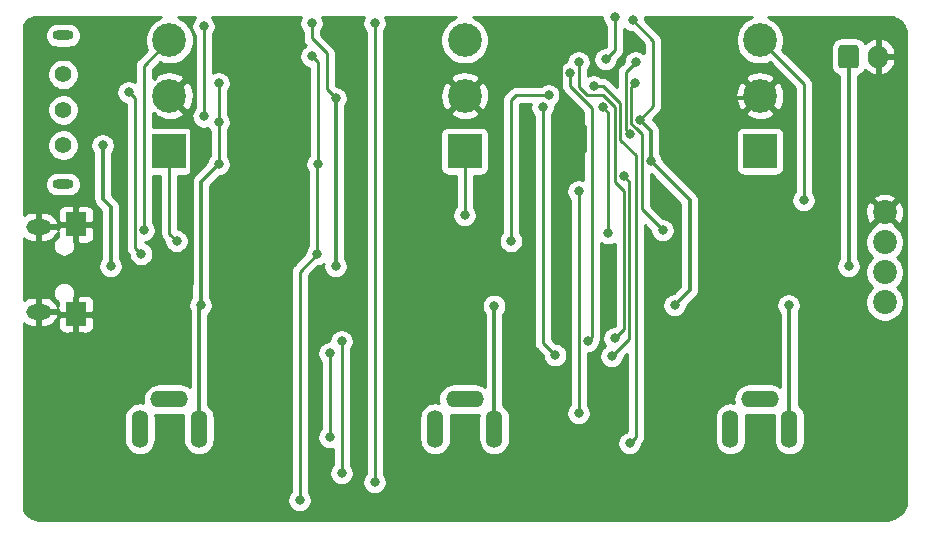
<source format=gbr>
%TF.GenerationSoftware,KiCad,Pcbnew,(5.1.9-0-10_14)*%
%TF.CreationDate,2021-02-18T22:12:25+01:00*%
%TF.ProjectId,ledTruck,6c656454-7275-4636-9b2e-6b696361645f,rev?*%
%TF.SameCoordinates,Original*%
%TF.FileFunction,Copper,L2,Bot*%
%TF.FilePolarity,Positive*%
%FSLAX46Y46*%
G04 Gerber Fmt 4.6, Leading zero omitted, Abs format (unit mm)*
G04 Created by KiCad (PCBNEW (5.1.9-0-10_14)) date 2021-02-18 22:12:25*
%MOMM*%
%LPD*%
G01*
G04 APERTURE LIST*
%TA.AperFunction,ComponentPad*%
%ADD10O,2.150000X1.300000*%
%TD*%
%TA.AperFunction,ComponentPad*%
%ADD11R,1.800000X2.000000*%
%TD*%
%TA.AperFunction,ComponentPad*%
%ADD12C,2.850000*%
%TD*%
%TA.AperFunction,ComponentPad*%
%ADD13R,2.850000X2.850000*%
%TD*%
%TA.AperFunction,ComponentPad*%
%ADD14C,2.020000*%
%TD*%
%TA.AperFunction,ComponentPad*%
%ADD15O,1.700000X2.000000*%
%TD*%
%TA.AperFunction,ComponentPad*%
%ADD16O,3.200000X1.400000*%
%TD*%
%TA.AperFunction,ComponentPad*%
%ADD17O,1.400000X3.200000*%
%TD*%
%TA.AperFunction,ComponentPad*%
%ADD18C,0.200000*%
%TD*%
%TA.AperFunction,ComponentPad*%
%ADD19C,1.400000*%
%TD*%
%TA.AperFunction,ComponentPad*%
%ADD20O,1.800000X0.800000*%
%TD*%
%TA.AperFunction,ViaPad*%
%ADD21C,0.800000*%
%TD*%
%TA.AperFunction,Conductor*%
%ADD22C,0.250000*%
%TD*%
%TA.AperFunction,Conductor*%
%ADD23C,0.304800*%
%TD*%
%TA.AperFunction,Conductor*%
%ADD24C,0.254000*%
%TD*%
%TA.AperFunction,Conductor*%
%ADD25C,0.100000*%
%TD*%
G04 APERTURE END LIST*
D10*
%TO.P,J2,SH*%
%TO.N,GND*%
X108966000Y-99612000D03*
D11*
X112126000Y-99812000D03*
D10*
X108966000Y-92412000D03*
D11*
X112126000Y-92212000D03*
%TD*%
D12*
%TO.P,SW3,3*%
%TO.N,SWITCH32*%
X170034000Y-76612000D03*
%TO.P,SW3,2*%
%TO.N,GND*%
X170034000Y-81312000D03*
D13*
%TO.P,SW3,1*%
%TO.N,SWITCH3*%
X170034000Y-86012000D03*
%TD*%
D12*
%TO.P,SW2,3*%
%TO.N,SWITCH22*%
X145034000Y-76612000D03*
%TO.P,SW2,2*%
%TO.N,GND*%
X145034000Y-81312000D03*
D13*
%TO.P,SW2,1*%
%TO.N,SWITCH2*%
X145034000Y-86012000D03*
%TD*%
D12*
%TO.P,SW1,3*%
%TO.N,SWITCH12*%
X120034000Y-76612000D03*
%TO.P,SW1,2*%
%TO.N,GND*%
X120034000Y-81312000D03*
D13*
%TO.P,SW1,1*%
%TO.N,SWITCH1*%
X120034000Y-86012000D03*
%TD*%
D14*
%TO.P,J3,4*%
%TO.N,GND*%
X180594000Y-91186000D03*
%TO.P,J3,3*%
%TO.N,SWCLK*%
X180594000Y-93726000D03*
%TO.P,J3,2*%
%TO.N,SWDIO*%
X180594000Y-96266000D03*
%TO.P,J3,1*%
%TO.N,+3V3*%
X180594000Y-98806000D03*
%TD*%
D15*
%TO.P,J1,2*%
%TO.N,GND*%
X180034000Y-78012000D03*
%TO.P,J1,1*%
%TO.N,+BATT*%
%TA.AperFunction,ComponentPad*%
G36*
G01*
X176684000Y-78762000D02*
X176684000Y-77262000D01*
G75*
G02*
X176934000Y-77012000I250000J0D01*
G01*
X178134000Y-77012000D01*
G75*
G02*
X178384000Y-77262000I0J-250000D01*
G01*
X178384000Y-78762000D01*
G75*
G02*
X178134000Y-79012000I-250000J0D01*
G01*
X176934000Y-79012000D01*
G75*
G02*
X176684000Y-78762000I0J250000D01*
G01*
G37*
%TD.AperFunction*%
%TD*%
D16*
%TO.P,CON1,1*%
%TO.N,Net-(CON1-Pad1)*%
X120034000Y-107012000D03*
D17*
%TO.P,CON1,2*%
%TO.N,Net-(CON1-Pad2)*%
X117534000Y-109512000D03*
%TO.P,CON1,3*%
%TO.N,+3V3*%
X122534000Y-109512000D03*
%TD*%
D16*
%TO.P,CON2,1*%
%TO.N,Net-(CON2-Pad1)*%
X145034000Y-107012000D03*
D17*
%TO.P,CON2,2*%
%TO.N,Net-(CON2-Pad2)*%
X142534000Y-109512000D03*
%TO.P,CON2,3*%
%TO.N,+3V3*%
X147534000Y-109512000D03*
%TD*%
%TO.P,CON3,3*%
%TO.N,+3V3*%
X172534000Y-109512000D03*
%TO.P,CON3,2*%
%TO.N,Net-(CON3-Pad2)*%
X167534000Y-109512000D03*
D16*
%TO.P,CON3,1*%
%TO.N,Net-(CON3-Pad1)*%
X170034000Y-107012000D03*
%TD*%
D18*
%TO.P,U1,33*%
%TO.N,GND*%
X153190000Y-85962000D03*
X153190000Y-84962000D03*
X153190000Y-83962000D03*
X154190000Y-85962000D03*
X154190000Y-84962000D03*
X154190000Y-83962000D03*
X155190000Y-85962000D03*
X155190000Y-84962000D03*
X155190000Y-83962000D03*
%TD*%
D19*
%TO.P,S1,1*%
%TO.N,Net-(R14-Pad1)*%
X111034000Y-79512000D03*
%TO.P,S1,2*%
%TO.N,+BATT_SWITCHED*%
X111034000Y-82512000D03*
%TO.P,S1,3*%
%TO.N,+BATT*%
X111034000Y-85512000D03*
D20*
%TO.P,S1,SH*%
%TO.N,N/C*%
X111034000Y-76212000D03*
X111034000Y-88812000D03*
%TD*%
D21*
%TO.N,GND*%
X130810000Y-76708000D03*
X130810000Y-87122000D03*
X130810000Y-83566000D03*
X130778000Y-81312000D03*
X138684000Y-79756000D03*
X138684000Y-87122000D03*
X138684000Y-83566000D03*
X150368000Y-78486000D03*
X166624000Y-88138000D03*
X166624000Y-80010000D03*
X121412000Y-97790000D03*
X154178000Y-76454000D03*
X161133558Y-75184000D03*
X163576000Y-78486000D03*
X159195769Y-76640695D03*
X158242000Y-78486000D03*
X126746000Y-110236000D03*
X124714000Y-112014000D03*
X129032000Y-108204000D03*
X156718000Y-116332000D03*
X180848000Y-116332000D03*
X180848000Y-106426000D03*
X180848000Y-84074000D03*
X140716000Y-75438000D03*
X114808000Y-75438000D03*
X135382000Y-116332000D03*
X113284000Y-110998000D03*
X117094000Y-100076000D03*
X127508000Y-90170000D03*
X127508000Y-101600000D03*
X140716000Y-89916000D03*
X143002000Y-97282000D03*
X169164000Y-97536000D03*
X169164000Y-93726000D03*
X166116000Y-77724000D03*
X113284000Y-105156000D03*
X140716000Y-105918000D03*
X145288000Y-116332000D03*
X168148000Y-116332000D03*
X180848000Y-110998000D03*
X180848000Y-102362000D03*
X180848000Y-87376000D03*
X149606000Y-97282000D03*
X127508000Y-97282000D03*
%TO.N,VBUS*%
X132558000Y-94712000D03*
X132588000Y-87122000D03*
X132080000Y-77978000D03*
X116586000Y-81026000D03*
X131064000Y-115570000D03*
X117632000Y-94712000D03*
%TO.N,+3V3*%
X124206000Y-80264000D03*
X124206000Y-87122000D03*
X124206000Y-83566000D03*
X147534000Y-99100000D03*
X172466000Y-99060000D03*
X122682000Y-99060000D03*
X162813999Y-99059999D03*
X160782000Y-86868000D03*
X159851988Y-83334195D03*
X159258000Y-74930000D03*
%TO.N,+BATT*%
X134112000Y-81534000D03*
X132080000Y-75184000D03*
X134112000Y-95758000D03*
X177546000Y-95758000D03*
X115062000Y-95758000D03*
X114386000Y-85512000D03*
%TO.N,RST*%
X159512000Y-78486000D03*
X159002889Y-84583162D03*
%TO.N,LED1*%
X133604000Y-103124000D03*
X133604000Y-110236000D03*
X152690990Y-103279001D03*
X151638000Y-82296000D03*
%TO.N,LED2*%
X158496000Y-88138000D03*
X157479992Y-103378000D03*
%TO.N,LED3*%
X154686000Y-89408000D03*
X154686000Y-108204000D03*
%TO.N,DET1*%
X134620000Y-113284000D03*
X134620000Y-102108000D03*
X155448000Y-102107994D03*
X153960990Y-79418557D03*
%TO.N,DET2*%
X157733998Y-101854000D03*
X154686000Y-78486000D03*
%TO.N,DET3*%
X159004000Y-110744000D03*
X155955998Y-80518000D03*
%TO.N,Net-(R11-Pad2)*%
X137414000Y-75184000D03*
X137414004Y-114046000D03*
%TO.N,SWITCH12*%
X156718000Y-82296000D03*
X157189010Y-92963998D03*
X117856000Y-92710004D03*
%TO.N,SWITCH1*%
X148951994Y-93618000D03*
X152146000Y-81280000D03*
X120649998Y-93618000D03*
%TO.N,SWITCH22*%
X157734000Y-74676000D03*
X156972006Y-78232000D03*
%TO.N,SWITCH2*%
X145034000Y-91440000D03*
X159493967Y-80264000D03*
X161797996Y-92710000D03*
%TO.N,SWITCH32*%
X173736000Y-90169992D03*
%TO.N,+BATT_SWITCHED*%
X122931999Y-83062001D03*
X122931999Y-75442001D03*
%TD*%
D22*
%TO.N,GND*%
X130810000Y-76708000D02*
X130810000Y-87122000D01*
X138684000Y-79756000D02*
X138684000Y-87122000D01*
D23*
X166624000Y-88138000D02*
X166624000Y-81534000D01*
X169812000Y-81534000D02*
X170034000Y-81312000D01*
X166624000Y-81534000D02*
X169812000Y-81534000D01*
X166624000Y-81534000D02*
X166624000Y-80010000D01*
X153190000Y-78486000D02*
X153190000Y-83962000D01*
X150368000Y-78486000D02*
X153190000Y-78486000D01*
X153190000Y-78486000D02*
X153190000Y-77442000D01*
X153190000Y-77442000D02*
X154178000Y-76454000D01*
X163576000Y-75692000D02*
X163576000Y-78486000D01*
X163068000Y-75184000D02*
X163576000Y-75692000D01*
X161133558Y-75184000D02*
X163068000Y-75184000D01*
X153190000Y-83962000D02*
X153190000Y-85962000D01*
X155190000Y-85962000D02*
X153190000Y-85962000D01*
X154190000Y-84962000D02*
X154190000Y-85962000D01*
X155190000Y-85962000D02*
X155190000Y-84962000D01*
X155190000Y-84962000D02*
X153190000Y-84962000D01*
X153190000Y-83962000D02*
X155190000Y-83962000D01*
X155190000Y-83962000D02*
X155190000Y-84962000D01*
X154190000Y-84962000D02*
X154190000Y-83962000D01*
X121811999Y-97390001D02*
X121412000Y-97790000D01*
X121910402Y-97291598D02*
X121811999Y-97390001D01*
X121910402Y-83188402D02*
X121910402Y-97291598D01*
X120034000Y-81312000D02*
X121910402Y-83188402D01*
D22*
%TO.N,VBUS*%
X132558000Y-94712000D02*
X132558000Y-87152000D01*
X132588000Y-87122000D02*
X132588000Y-78486000D01*
X132588000Y-78486000D02*
X132080000Y-77978000D01*
X131064000Y-96206000D02*
X131064000Y-115570000D01*
X132558000Y-94712000D02*
X131064000Y-96206000D01*
X117094000Y-94174000D02*
X117632000Y-94712000D01*
X117094000Y-81534000D02*
X117094000Y-94174000D01*
X116586000Y-81026000D02*
X117094000Y-81534000D01*
%TO.N,+3V3*%
X124206000Y-87376000D02*
X124206000Y-87122000D01*
X124206000Y-80264000D02*
X124206000Y-87122000D01*
D23*
X147534000Y-109512000D02*
X147534000Y-99100000D01*
X172534000Y-109512000D02*
X172534000Y-99128000D01*
X172534000Y-99128000D02*
X172466000Y-99060000D01*
X122534000Y-109512000D02*
X122534000Y-99208000D01*
X122534000Y-99208000D02*
X122682000Y-99060000D01*
X122682000Y-88646000D02*
X124206000Y-87122000D01*
X122682000Y-99060000D02*
X122682000Y-88646000D01*
X164084000Y-97789998D02*
X164084000Y-90170000D01*
X164084000Y-90170000D02*
X160782000Y-86868000D01*
X162813999Y-99059999D02*
X164084000Y-97789998D01*
X160782000Y-86868000D02*
X160782000Y-84264207D01*
D22*
X160031154Y-83513361D02*
X159851988Y-83334195D01*
D23*
X160782000Y-84264207D02*
X159851988Y-83334195D01*
D22*
X160982701Y-82203482D02*
X160982701Y-76654701D01*
X159851988Y-83334195D02*
X160982701Y-82203482D01*
X160982701Y-76654701D02*
X159258000Y-74930000D01*
%TO.N,+BATT*%
X134112000Y-81534000D02*
X133350000Y-80772000D01*
X133350000Y-80772000D02*
X133350000Y-77724000D01*
X133350000Y-77724000D02*
X132080000Y-76454000D01*
X132080000Y-76454000D02*
X132080000Y-75184000D01*
D23*
X134112000Y-81534000D02*
X134112000Y-95758000D01*
X177534000Y-95746000D02*
X177546000Y-95758000D01*
X177534000Y-78012000D02*
X177534000Y-95746000D01*
X114386000Y-90043000D02*
X114386000Y-85512000D01*
X115062000Y-90719000D02*
X114386000Y-90043000D01*
X115062000Y-95758000D02*
X115062000Y-90719000D01*
D22*
%TO.N,RST*%
X158676976Y-84257249D02*
X159002889Y-84583162D01*
X159512000Y-78486000D02*
X158676976Y-79321024D01*
X158676976Y-79321024D02*
X158676976Y-84257249D01*
%TO.N,LED1*%
X133604000Y-103124000D02*
X133604000Y-110236000D01*
X151638000Y-102226011D02*
X151638000Y-82296000D01*
X152690990Y-103279001D02*
X151638000Y-102226011D01*
%TO.N,LED2*%
X158946011Y-88588011D02*
X158946011Y-101911981D01*
X158946011Y-101911981D02*
X157479992Y-103378000D01*
X158496000Y-88138000D02*
X158946011Y-88588011D01*
%TO.N,LED3*%
X154686000Y-89408000D02*
X154686000Y-89973685D01*
X154686000Y-89973685D02*
X154686000Y-108204000D01*
%TO.N,DET1*%
X134620000Y-113284000D02*
X134620000Y-102362000D01*
X134620000Y-102362000D02*
X134620000Y-102108000D01*
X155847999Y-82373412D02*
X153960990Y-80486403D01*
X155847999Y-101707995D02*
X155847999Y-82373412D01*
X153960990Y-80486403D02*
X153960990Y-79418557D01*
X155448000Y-102107994D02*
X155847999Y-101707995D01*
%TO.N,DET2*%
X157733998Y-82238996D02*
X156738003Y-81243001D01*
X156738003Y-81243001D02*
X155353999Y-81243001D01*
X158496000Y-89408000D02*
X157733998Y-88645998D01*
X154686000Y-80575002D02*
X154686000Y-78486000D01*
X155353999Y-81243001D02*
X154686000Y-80575002D01*
X157733998Y-88645998D02*
X157733998Y-82238996D01*
X157733998Y-101854000D02*
X158496000Y-101091998D01*
X158496000Y-101091998D02*
X158496000Y-89408000D01*
%TO.N,DET3*%
X159004000Y-110744000D02*
X159512000Y-110236000D01*
X158185712Y-81928027D02*
X156775685Y-80518000D01*
X159512000Y-110236000D02*
X159512000Y-86367293D01*
X159512000Y-86367293D02*
X158185712Y-85041005D01*
X158185712Y-85041005D02*
X158185712Y-81928027D01*
X156775685Y-80518000D02*
X155955998Y-80518000D01*
%TO.N,Net-(R11-Pad2)*%
X137414000Y-114045996D02*
X137414004Y-114046000D01*
X137414000Y-75184000D02*
X137414000Y-114045996D01*
%TO.N,SWITCH12*%
X157189010Y-82767004D02*
X157189010Y-92398313D01*
X156718000Y-82295994D02*
X157189010Y-82767004D01*
X157189010Y-92398313D02*
X157189010Y-92963998D01*
X117856000Y-78790000D02*
X117856000Y-92710004D01*
X120034000Y-76612000D02*
X117856000Y-78790000D01*
%TO.N,SWITCH1*%
X148951994Y-81680006D02*
X148951994Y-93618000D01*
X149352000Y-81280000D02*
X148951994Y-81680006D01*
X152146000Y-81280000D02*
X149352000Y-81280000D01*
X120034000Y-86012000D02*
X120034000Y-93002002D01*
X120034000Y-93002002D02*
X120649998Y-93618000D01*
%TO.N,SWITCH22*%
X157734000Y-74676000D02*
X157734000Y-77470006D01*
X157734000Y-77470006D02*
X156972006Y-78232000D01*
%TO.N,SWITCH2*%
X145034000Y-91440000D02*
X145034000Y-86012000D01*
X159493967Y-80264000D02*
X159126987Y-80630980D01*
X159503987Y-84059196D02*
X159554211Y-84059196D01*
X159126987Y-83682196D02*
X159503987Y-84059196D01*
X159126987Y-80630980D02*
X159126987Y-83682196D01*
X160020000Y-84524988D02*
X160020000Y-90932004D01*
X159554211Y-84059196D02*
X160020000Y-84524988D01*
X160020000Y-90932004D02*
X161797996Y-92710000D01*
%TO.N,SWITCH32*%
X170034000Y-76612000D02*
X173736000Y-80314000D01*
X173736000Y-80314000D02*
X173736000Y-90169992D01*
%TO.N,+BATT_SWITCHED*%
X122931999Y-83062001D02*
X122931999Y-75442001D01*
%TD*%
D24*
%TO.N,GND*%
X119058224Y-74786452D02*
X118720827Y-75011894D01*
X118433894Y-75298827D01*
X118208452Y-75636224D01*
X118053165Y-76011120D01*
X117974000Y-76409108D01*
X117974000Y-76814892D01*
X118053165Y-77212880D01*
X118142542Y-77428656D01*
X117345003Y-78226196D01*
X117315999Y-78249999D01*
X117291462Y-78279898D01*
X117221026Y-78365724D01*
X117186912Y-78429546D01*
X117150454Y-78497754D01*
X117106997Y-78641015D01*
X117096000Y-78752668D01*
X117096000Y-78752678D01*
X117092324Y-78790000D01*
X117096000Y-78827322D01*
X117096000Y-80121988D01*
X117076256Y-80108795D01*
X116887898Y-80030774D01*
X116687939Y-79991000D01*
X116484061Y-79991000D01*
X116284102Y-80030774D01*
X116095744Y-80108795D01*
X115926226Y-80222063D01*
X115782063Y-80366226D01*
X115668795Y-80535744D01*
X115590774Y-80724102D01*
X115551000Y-80924061D01*
X115551000Y-81127939D01*
X115590774Y-81327898D01*
X115668795Y-81516256D01*
X115782063Y-81685774D01*
X115926226Y-81829937D01*
X116095744Y-81943205D01*
X116284102Y-82021226D01*
X116334000Y-82031151D01*
X116334001Y-94136668D01*
X116330324Y-94174000D01*
X116344998Y-94322985D01*
X116388454Y-94466246D01*
X116459026Y-94598276D01*
X116529557Y-94684217D01*
X116554000Y-94714001D01*
X116582998Y-94737799D01*
X116597000Y-94751801D01*
X116597000Y-94813939D01*
X116636774Y-95013898D01*
X116714795Y-95202256D01*
X116828063Y-95371774D01*
X116972226Y-95515937D01*
X117141744Y-95629205D01*
X117330102Y-95707226D01*
X117530061Y-95747000D01*
X117733939Y-95747000D01*
X117933898Y-95707226D01*
X118122256Y-95629205D01*
X118291774Y-95515937D01*
X118435937Y-95371774D01*
X118549205Y-95202256D01*
X118627226Y-95013898D01*
X118667000Y-94813939D01*
X118667000Y-94610061D01*
X118627226Y-94410102D01*
X118549205Y-94221744D01*
X118435937Y-94052226D01*
X118291774Y-93908063D01*
X118122256Y-93794795D01*
X117987740Y-93739076D01*
X118157898Y-93705230D01*
X118346256Y-93627209D01*
X118515774Y-93513941D01*
X118659937Y-93369778D01*
X118773205Y-93200260D01*
X118851226Y-93011902D01*
X118891000Y-92811943D01*
X118891000Y-92608065D01*
X118851226Y-92408106D01*
X118773205Y-92219748D01*
X118659937Y-92050230D01*
X118616000Y-92006293D01*
X118616000Y-88075072D01*
X119274000Y-88075072D01*
X119274001Y-92964670D01*
X119270324Y-93002002D01*
X119274001Y-93039335D01*
X119284998Y-93150988D01*
X119294834Y-93183414D01*
X119328454Y-93294248D01*
X119399026Y-93426278D01*
X119462811Y-93503999D01*
X119494000Y-93542003D01*
X119522998Y-93565801D01*
X119614998Y-93657801D01*
X119614998Y-93719939D01*
X119654772Y-93919898D01*
X119732793Y-94108256D01*
X119846061Y-94277774D01*
X119990224Y-94421937D01*
X120159742Y-94535205D01*
X120348100Y-94613226D01*
X120548059Y-94653000D01*
X120751937Y-94653000D01*
X120951896Y-94613226D01*
X121140254Y-94535205D01*
X121309772Y-94421937D01*
X121453935Y-94277774D01*
X121567203Y-94108256D01*
X121645224Y-93919898D01*
X121684998Y-93719939D01*
X121684998Y-93516061D01*
X121645224Y-93316102D01*
X121567203Y-93127744D01*
X121453935Y-92958226D01*
X121309772Y-92814063D01*
X121140254Y-92700795D01*
X120951896Y-92622774D01*
X120794000Y-92591367D01*
X120794000Y-88075072D01*
X121459000Y-88075072D01*
X121583482Y-88062812D01*
X121703180Y-88026502D01*
X121813494Y-87967537D01*
X121910185Y-87888185D01*
X121989537Y-87791494D01*
X122048502Y-87681180D01*
X122084812Y-87561482D01*
X122097072Y-87437000D01*
X122097072Y-84587000D01*
X122084812Y-84462518D01*
X122048502Y-84342820D01*
X121989537Y-84232506D01*
X121910185Y-84135815D01*
X121813494Y-84056463D01*
X121703180Y-83997498D01*
X121583482Y-83961188D01*
X121459000Y-83948928D01*
X118616000Y-83948928D01*
X118616000Y-82820508D01*
X118660550Y-82865058D01*
X118775356Y-82750252D01*
X118922342Y-83058132D01*
X119284356Y-83241455D01*
X119675178Y-83350629D01*
X120079789Y-83381460D01*
X120482641Y-83332763D01*
X120868252Y-83206408D01*
X121145658Y-83058132D01*
X121292645Y-82750250D01*
X120034000Y-81491605D01*
X120019858Y-81505748D01*
X119840253Y-81326143D01*
X119854395Y-81312000D01*
X120213605Y-81312000D01*
X121472250Y-82570645D01*
X121780132Y-82423658D01*
X121963455Y-82061644D01*
X122072629Y-81670822D01*
X122103460Y-81266211D01*
X122054763Y-80863359D01*
X121928408Y-80477748D01*
X121780132Y-80200342D01*
X121472250Y-80053355D01*
X120213605Y-81312000D01*
X119854395Y-81312000D01*
X119840253Y-81297858D01*
X120019858Y-81118253D01*
X120034000Y-81132395D01*
X121292645Y-79873750D01*
X121145658Y-79565868D01*
X120783644Y-79382545D01*
X120392822Y-79273371D01*
X119988211Y-79242540D01*
X119585359Y-79291237D01*
X119199748Y-79417592D01*
X118922342Y-79565868D01*
X118775356Y-79873748D01*
X118660550Y-79758942D01*
X118616000Y-79803492D01*
X118616000Y-79104801D01*
X119217344Y-78503458D01*
X119433120Y-78592835D01*
X119831108Y-78672000D01*
X120236892Y-78672000D01*
X120634880Y-78592835D01*
X121009776Y-78437548D01*
X121347173Y-78212106D01*
X121634106Y-77925173D01*
X121859548Y-77587776D01*
X122014835Y-77212880D01*
X122094000Y-76814892D01*
X122094000Y-76409108D01*
X122014835Y-76011120D01*
X121859548Y-75636224D01*
X121634106Y-75298827D01*
X121347173Y-75011894D01*
X121009776Y-74786452D01*
X120733464Y-74672000D01*
X122238289Y-74672000D01*
X122128062Y-74782227D01*
X122014794Y-74951745D01*
X121936773Y-75140103D01*
X121896999Y-75340062D01*
X121896999Y-75543940D01*
X121936773Y-75743899D01*
X122014794Y-75932257D01*
X122128062Y-76101775D01*
X122172000Y-76145713D01*
X122171999Y-82358290D01*
X122128062Y-82402227D01*
X122014794Y-82571745D01*
X121936773Y-82760103D01*
X121896999Y-82960062D01*
X121896999Y-83163940D01*
X121936773Y-83363899D01*
X122014794Y-83552257D01*
X122128062Y-83721775D01*
X122272225Y-83865938D01*
X122441743Y-83979206D01*
X122630101Y-84057227D01*
X122830060Y-84097001D01*
X123033938Y-84097001D01*
X123233897Y-84057227D01*
X123281099Y-84037675D01*
X123288795Y-84056256D01*
X123402063Y-84225774D01*
X123446001Y-84269712D01*
X123446001Y-86418288D01*
X123402063Y-86462226D01*
X123288795Y-86631744D01*
X123210774Y-86820102D01*
X123171000Y-87020061D01*
X123171000Y-87043449D01*
X122152573Y-88061877D01*
X122122532Y-88086531D01*
X122024135Y-88206428D01*
X121951018Y-88343218D01*
X121905995Y-88491643D01*
X121890792Y-88646000D01*
X121894601Y-88684673D01*
X121894600Y-98383689D01*
X121878063Y-98400226D01*
X121764795Y-98569744D01*
X121686774Y-98758102D01*
X121647000Y-98958061D01*
X121647000Y-99161939D01*
X121686774Y-99361898D01*
X121746601Y-99506332D01*
X121746600Y-105951870D01*
X121679275Y-105896618D01*
X121447354Y-105772653D01*
X121195706Y-105696317D01*
X120999579Y-105677000D01*
X119068421Y-105677000D01*
X118872294Y-105696317D01*
X118620646Y-105772653D01*
X118388725Y-105896618D01*
X118185445Y-106063445D01*
X118018618Y-106266725D01*
X117894653Y-106498646D01*
X117818317Y-106750294D01*
X117792541Y-107012000D01*
X117818317Y-107273706D01*
X117828163Y-107306163D01*
X117795705Y-107296317D01*
X117534000Y-107270541D01*
X117272294Y-107296317D01*
X117020646Y-107372653D01*
X116788725Y-107496618D01*
X116585445Y-107663445D01*
X116418618Y-107866726D01*
X116294653Y-108098647D01*
X116218317Y-108350295D01*
X116199000Y-108546422D01*
X116199000Y-110477579D01*
X116218318Y-110673706D01*
X116294654Y-110925354D01*
X116418619Y-111157275D01*
X116585446Y-111360555D01*
X116788726Y-111527382D01*
X117020647Y-111651347D01*
X117272295Y-111727683D01*
X117534000Y-111753459D01*
X117795706Y-111727683D01*
X118047354Y-111651347D01*
X118279275Y-111527382D01*
X118482555Y-111360555D01*
X118649382Y-111157275D01*
X118773347Y-110925354D01*
X118849683Y-110673706D01*
X118869000Y-110477579D01*
X118869000Y-108546421D01*
X118849683Y-108350294D01*
X118839838Y-108317838D01*
X118872294Y-108327683D01*
X119068421Y-108347000D01*
X120999579Y-108347000D01*
X121195706Y-108327683D01*
X121228163Y-108317837D01*
X121218317Y-108350295D01*
X121199000Y-108546422D01*
X121199000Y-110477579D01*
X121218318Y-110673706D01*
X121294654Y-110925354D01*
X121418619Y-111157275D01*
X121585446Y-111360555D01*
X121788726Y-111527382D01*
X122020647Y-111651347D01*
X122272295Y-111727683D01*
X122534000Y-111753459D01*
X122795706Y-111727683D01*
X123047354Y-111651347D01*
X123279275Y-111527382D01*
X123482555Y-111360555D01*
X123649382Y-111157275D01*
X123773347Y-110925354D01*
X123849683Y-110673706D01*
X123869000Y-110477579D01*
X123869000Y-108546421D01*
X123849683Y-108350294D01*
X123773347Y-108098646D01*
X123649382Y-107866725D01*
X123482555Y-107663445D01*
X123321400Y-107531190D01*
X123321400Y-99877550D01*
X123341774Y-99863937D01*
X123485937Y-99719774D01*
X123599205Y-99550256D01*
X123677226Y-99361898D01*
X123717000Y-99161939D01*
X123717000Y-98958061D01*
X123677226Y-98758102D01*
X123599205Y-98569744D01*
X123485937Y-98400226D01*
X123469400Y-98383689D01*
X123469400Y-88972150D01*
X124284551Y-88157000D01*
X124307939Y-88157000D01*
X124507898Y-88117226D01*
X124696256Y-88039205D01*
X124865774Y-87925937D01*
X125009937Y-87781774D01*
X125123205Y-87612256D01*
X125201226Y-87423898D01*
X125241000Y-87223939D01*
X125241000Y-87020061D01*
X125201226Y-86820102D01*
X125123205Y-86631744D01*
X125009937Y-86462226D01*
X124966000Y-86418289D01*
X124966000Y-84269711D01*
X125009937Y-84225774D01*
X125123205Y-84056256D01*
X125201226Y-83867898D01*
X125241000Y-83667939D01*
X125241000Y-83464061D01*
X125201226Y-83264102D01*
X125123205Y-83075744D01*
X125009937Y-82906226D01*
X124966000Y-82862289D01*
X124966000Y-80967711D01*
X125009937Y-80923774D01*
X125123205Y-80754256D01*
X125201226Y-80565898D01*
X125241000Y-80365939D01*
X125241000Y-80162061D01*
X125201226Y-79962102D01*
X125123205Y-79773744D01*
X125009937Y-79604226D01*
X124865774Y-79460063D01*
X124696256Y-79346795D01*
X124507898Y-79268774D01*
X124307939Y-79229000D01*
X124104061Y-79229000D01*
X123904102Y-79268774D01*
X123715744Y-79346795D01*
X123691999Y-79362661D01*
X123691999Y-76145712D01*
X123735936Y-76101775D01*
X123849204Y-75932257D01*
X123927225Y-75743899D01*
X123966999Y-75543940D01*
X123966999Y-75340062D01*
X123927225Y-75140103D01*
X123849204Y-74951745D01*
X123735936Y-74782227D01*
X123625709Y-74672000D01*
X131177324Y-74672000D01*
X131162795Y-74693744D01*
X131084774Y-74882102D01*
X131045000Y-75082061D01*
X131045000Y-75285939D01*
X131084774Y-75485898D01*
X131162795Y-75674256D01*
X131276063Y-75843774D01*
X131320000Y-75887711D01*
X131320000Y-76416677D01*
X131316324Y-76454000D01*
X131320000Y-76491322D01*
X131320000Y-76491332D01*
X131330997Y-76602985D01*
X131362346Y-76706330D01*
X131374454Y-76746246D01*
X131445026Y-76878276D01*
X131466340Y-76904247D01*
X131539999Y-76994001D01*
X131569003Y-77017804D01*
X131605477Y-77054278D01*
X131589744Y-77060795D01*
X131420226Y-77174063D01*
X131276063Y-77318226D01*
X131162795Y-77487744D01*
X131084774Y-77676102D01*
X131045000Y-77876061D01*
X131045000Y-78079939D01*
X131084774Y-78279898D01*
X131162795Y-78468256D01*
X131276063Y-78637774D01*
X131420226Y-78781937D01*
X131589744Y-78895205D01*
X131778102Y-78973226D01*
X131828001Y-78983151D01*
X131828000Y-86418289D01*
X131784063Y-86462226D01*
X131670795Y-86631744D01*
X131592774Y-86820102D01*
X131553000Y-87020061D01*
X131553000Y-87223939D01*
X131592774Y-87423898D01*
X131670795Y-87612256D01*
X131784063Y-87781774D01*
X131798001Y-87795712D01*
X131798000Y-94008289D01*
X131754063Y-94052226D01*
X131640795Y-94221744D01*
X131562774Y-94410102D01*
X131523000Y-94610061D01*
X131523000Y-94672198D01*
X130553003Y-95642196D01*
X130523999Y-95665999D01*
X130468871Y-95733174D01*
X130429026Y-95781724D01*
X130421036Y-95796673D01*
X130358454Y-95913754D01*
X130314997Y-96057015D01*
X130304000Y-96168668D01*
X130304000Y-96168678D01*
X130300324Y-96206000D01*
X130304000Y-96243322D01*
X130304001Y-114866288D01*
X130260063Y-114910226D01*
X130146795Y-115079744D01*
X130068774Y-115268102D01*
X130029000Y-115468061D01*
X130029000Y-115671939D01*
X130068774Y-115871898D01*
X130146795Y-116060256D01*
X130260063Y-116229774D01*
X130404226Y-116373937D01*
X130573744Y-116487205D01*
X130762102Y-116565226D01*
X130962061Y-116605000D01*
X131165939Y-116605000D01*
X131365898Y-116565226D01*
X131554256Y-116487205D01*
X131723774Y-116373937D01*
X131867937Y-116229774D01*
X131981205Y-116060256D01*
X132059226Y-115871898D01*
X132099000Y-115671939D01*
X132099000Y-115468061D01*
X132059226Y-115268102D01*
X131981205Y-115079744D01*
X131867937Y-114910226D01*
X131824000Y-114866289D01*
X131824000Y-103022061D01*
X132569000Y-103022061D01*
X132569000Y-103225939D01*
X132608774Y-103425898D01*
X132686795Y-103614256D01*
X132800063Y-103783774D01*
X132844000Y-103827711D01*
X132844001Y-109532288D01*
X132800063Y-109576226D01*
X132686795Y-109745744D01*
X132608774Y-109934102D01*
X132569000Y-110134061D01*
X132569000Y-110337939D01*
X132608774Y-110537898D01*
X132686795Y-110726256D01*
X132800063Y-110895774D01*
X132944226Y-111039937D01*
X133113744Y-111153205D01*
X133302102Y-111231226D01*
X133502061Y-111271000D01*
X133705939Y-111271000D01*
X133860000Y-111240356D01*
X133860000Y-112580289D01*
X133816063Y-112624226D01*
X133702795Y-112793744D01*
X133624774Y-112982102D01*
X133585000Y-113182061D01*
X133585000Y-113385939D01*
X133624774Y-113585898D01*
X133702795Y-113774256D01*
X133816063Y-113943774D01*
X133960226Y-114087937D01*
X134129744Y-114201205D01*
X134318102Y-114279226D01*
X134518061Y-114319000D01*
X134721939Y-114319000D01*
X134921898Y-114279226D01*
X135110256Y-114201205D01*
X135279774Y-114087937D01*
X135423937Y-113943774D01*
X135537205Y-113774256D01*
X135615226Y-113585898D01*
X135655000Y-113385939D01*
X135655000Y-113182061D01*
X135615226Y-112982102D01*
X135537205Y-112793744D01*
X135423937Y-112624226D01*
X135380000Y-112580289D01*
X135380000Y-102811711D01*
X135423937Y-102767774D01*
X135537205Y-102598256D01*
X135615226Y-102409898D01*
X135655000Y-102209939D01*
X135655000Y-102006061D01*
X135615226Y-101806102D01*
X135537205Y-101617744D01*
X135423937Y-101448226D01*
X135279774Y-101304063D01*
X135110256Y-101190795D01*
X134921898Y-101112774D01*
X134721939Y-101073000D01*
X134518061Y-101073000D01*
X134318102Y-101112774D01*
X134129744Y-101190795D01*
X133960226Y-101304063D01*
X133816063Y-101448226D01*
X133702795Y-101617744D01*
X133624774Y-101806102D01*
X133585000Y-102006061D01*
X133585000Y-102089000D01*
X133502061Y-102089000D01*
X133302102Y-102128774D01*
X133113744Y-102206795D01*
X132944226Y-102320063D01*
X132800063Y-102464226D01*
X132686795Y-102633744D01*
X132608774Y-102822102D01*
X132569000Y-103022061D01*
X131824000Y-103022061D01*
X131824000Y-96520801D01*
X132597802Y-95747000D01*
X132659939Y-95747000D01*
X132859898Y-95707226D01*
X133048256Y-95629205D01*
X133087567Y-95602939D01*
X133077000Y-95656061D01*
X133077000Y-95859939D01*
X133116774Y-96059898D01*
X133194795Y-96248256D01*
X133308063Y-96417774D01*
X133452226Y-96561937D01*
X133621744Y-96675205D01*
X133810102Y-96753226D01*
X134010061Y-96793000D01*
X134213939Y-96793000D01*
X134413898Y-96753226D01*
X134602256Y-96675205D01*
X134771774Y-96561937D01*
X134915937Y-96417774D01*
X135029205Y-96248256D01*
X135107226Y-96059898D01*
X135147000Y-95859939D01*
X135147000Y-95656061D01*
X135107226Y-95456102D01*
X135029205Y-95267744D01*
X134915937Y-95098226D01*
X134899400Y-95081689D01*
X134899400Y-82210311D01*
X134915937Y-82193774D01*
X135029205Y-82024256D01*
X135107226Y-81835898D01*
X135147000Y-81635939D01*
X135147000Y-81432061D01*
X135107226Y-81232102D01*
X135029205Y-81043744D01*
X134915937Y-80874226D01*
X134771774Y-80730063D01*
X134602256Y-80616795D01*
X134413898Y-80538774D01*
X134213939Y-80499000D01*
X134151801Y-80499000D01*
X134110000Y-80457199D01*
X134110000Y-77761322D01*
X134113676Y-77723999D01*
X134110000Y-77686676D01*
X134110000Y-77686667D01*
X134099003Y-77575014D01*
X134055546Y-77431753D01*
X133984974Y-77299724D01*
X133890001Y-77183999D01*
X133861003Y-77160201D01*
X132840000Y-76139199D01*
X132840000Y-75887711D01*
X132883937Y-75843774D01*
X132997205Y-75674256D01*
X133075226Y-75485898D01*
X133115000Y-75285939D01*
X133115000Y-75082061D01*
X133075226Y-74882102D01*
X132997205Y-74693744D01*
X132982676Y-74672000D01*
X136511324Y-74672000D01*
X136496795Y-74693744D01*
X136418774Y-74882102D01*
X136379000Y-75082061D01*
X136379000Y-75285939D01*
X136418774Y-75485898D01*
X136496795Y-75674256D01*
X136610063Y-75843774D01*
X136654000Y-75887711D01*
X136654001Y-113342292D01*
X136610067Y-113386226D01*
X136496799Y-113555744D01*
X136418778Y-113744102D01*
X136379004Y-113944061D01*
X136379004Y-114147939D01*
X136418778Y-114347898D01*
X136496799Y-114536256D01*
X136610067Y-114705774D01*
X136754230Y-114849937D01*
X136923748Y-114963205D01*
X137112106Y-115041226D01*
X137312065Y-115081000D01*
X137515943Y-115081000D01*
X137715902Y-115041226D01*
X137904260Y-114963205D01*
X138073778Y-114849937D01*
X138217941Y-114705774D01*
X138331209Y-114536256D01*
X138409230Y-114347898D01*
X138449004Y-114147939D01*
X138449004Y-113944061D01*
X138409230Y-113744102D01*
X138331209Y-113555744D01*
X138217941Y-113386226D01*
X138174000Y-113342285D01*
X138174000Y-108546422D01*
X141199000Y-108546422D01*
X141199000Y-110477579D01*
X141218318Y-110673706D01*
X141294654Y-110925354D01*
X141418619Y-111157275D01*
X141585446Y-111360555D01*
X141788726Y-111527382D01*
X142020647Y-111651347D01*
X142272295Y-111727683D01*
X142534000Y-111753459D01*
X142795706Y-111727683D01*
X143047354Y-111651347D01*
X143279275Y-111527382D01*
X143482555Y-111360555D01*
X143649382Y-111157275D01*
X143773347Y-110925354D01*
X143849683Y-110673706D01*
X143869000Y-110477579D01*
X143869000Y-108546421D01*
X143849683Y-108350294D01*
X143839838Y-108317838D01*
X143872294Y-108327683D01*
X144068421Y-108347000D01*
X145999579Y-108347000D01*
X146195706Y-108327683D01*
X146228163Y-108317837D01*
X146218317Y-108350295D01*
X146199000Y-108546422D01*
X146199000Y-110477579D01*
X146218318Y-110673706D01*
X146294654Y-110925354D01*
X146418619Y-111157275D01*
X146585446Y-111360555D01*
X146788726Y-111527382D01*
X147020647Y-111651347D01*
X147272295Y-111727683D01*
X147534000Y-111753459D01*
X147795706Y-111727683D01*
X148047354Y-111651347D01*
X148279275Y-111527382D01*
X148482555Y-111360555D01*
X148649382Y-111157275D01*
X148773347Y-110925354D01*
X148849683Y-110673706D01*
X148869000Y-110477579D01*
X148869000Y-108546421D01*
X148849683Y-108350294D01*
X148773347Y-108098646D01*
X148649382Y-107866725D01*
X148482555Y-107663445D01*
X148321400Y-107531190D01*
X148321400Y-99776311D01*
X148337937Y-99759774D01*
X148451205Y-99590256D01*
X148529226Y-99401898D01*
X148569000Y-99201939D01*
X148569000Y-98998061D01*
X148529226Y-98798102D01*
X148451205Y-98609744D01*
X148337937Y-98440226D01*
X148193774Y-98296063D01*
X148024256Y-98182795D01*
X147835898Y-98104774D01*
X147635939Y-98065000D01*
X147432061Y-98065000D01*
X147232102Y-98104774D01*
X147043744Y-98182795D01*
X146874226Y-98296063D01*
X146730063Y-98440226D01*
X146616795Y-98609744D01*
X146538774Y-98798102D01*
X146499000Y-98998061D01*
X146499000Y-99201939D01*
X146538774Y-99401898D01*
X146616795Y-99590256D01*
X146730063Y-99759774D01*
X146746601Y-99776312D01*
X146746600Y-105951870D01*
X146679275Y-105896618D01*
X146447354Y-105772653D01*
X146195706Y-105696317D01*
X145999579Y-105677000D01*
X144068421Y-105677000D01*
X143872294Y-105696317D01*
X143620646Y-105772653D01*
X143388725Y-105896618D01*
X143185445Y-106063445D01*
X143018618Y-106266725D01*
X142894653Y-106498646D01*
X142818317Y-106750294D01*
X142792541Y-107012000D01*
X142818317Y-107273706D01*
X142828163Y-107306163D01*
X142795705Y-107296317D01*
X142534000Y-107270541D01*
X142272294Y-107296317D01*
X142020646Y-107372653D01*
X141788725Y-107496618D01*
X141585445Y-107663445D01*
X141418618Y-107866726D01*
X141294653Y-108098647D01*
X141218317Y-108350295D01*
X141199000Y-108546422D01*
X138174000Y-108546422D01*
X138174000Y-93516061D01*
X147916994Y-93516061D01*
X147916994Y-93719939D01*
X147956768Y-93919898D01*
X148034789Y-94108256D01*
X148148057Y-94277774D01*
X148292220Y-94421937D01*
X148461738Y-94535205D01*
X148650096Y-94613226D01*
X148850055Y-94653000D01*
X149053933Y-94653000D01*
X149253892Y-94613226D01*
X149442250Y-94535205D01*
X149611768Y-94421937D01*
X149755931Y-94277774D01*
X149869199Y-94108256D01*
X149947220Y-93919898D01*
X149986994Y-93719939D01*
X149986994Y-93516061D01*
X149947220Y-93316102D01*
X149869199Y-93127744D01*
X149755931Y-92958226D01*
X149711994Y-92914289D01*
X149711994Y-82040000D01*
X150633644Y-82040000D01*
X150603000Y-82194061D01*
X150603000Y-82397939D01*
X150642774Y-82597898D01*
X150720795Y-82786256D01*
X150834063Y-82955774D01*
X150878001Y-82999712D01*
X150878000Y-102188689D01*
X150874324Y-102226011D01*
X150878000Y-102263333D01*
X150878000Y-102263343D01*
X150888997Y-102374996D01*
X150918323Y-102471672D01*
X150932454Y-102518257D01*
X151003026Y-102650287D01*
X151020676Y-102671793D01*
X151097999Y-102766012D01*
X151127002Y-102789815D01*
X151655990Y-103318803D01*
X151655990Y-103380940D01*
X151695764Y-103580899D01*
X151773785Y-103769257D01*
X151887053Y-103938775D01*
X152031216Y-104082938D01*
X152200734Y-104196206D01*
X152389092Y-104274227D01*
X152589051Y-104314001D01*
X152792929Y-104314001D01*
X152992888Y-104274227D01*
X153181246Y-104196206D01*
X153350764Y-104082938D01*
X153494927Y-103938775D01*
X153608195Y-103769257D01*
X153686216Y-103580899D01*
X153725990Y-103380940D01*
X153725990Y-103177062D01*
X153686216Y-102977103D01*
X153608195Y-102788745D01*
X153494927Y-102619227D01*
X153350764Y-102475064D01*
X153181246Y-102361796D01*
X152992888Y-102283775D01*
X152792929Y-102244001D01*
X152730792Y-102244001D01*
X152398000Y-101911210D01*
X152398000Y-82999711D01*
X152441937Y-82955774D01*
X152555205Y-82786256D01*
X152633226Y-82597898D01*
X152673000Y-82397939D01*
X152673000Y-82194061D01*
X152669241Y-82175165D01*
X152805774Y-82083937D01*
X152949937Y-81939774D01*
X153063205Y-81770256D01*
X153141226Y-81581898D01*
X153181000Y-81381939D01*
X153181000Y-81178061D01*
X153141226Y-80978102D01*
X153063205Y-80789744D01*
X152949937Y-80620226D01*
X152805774Y-80476063D01*
X152636256Y-80362795D01*
X152447898Y-80284774D01*
X152247939Y-80245000D01*
X152044061Y-80245000D01*
X151844102Y-80284774D01*
X151655744Y-80362795D01*
X151486226Y-80476063D01*
X151442289Y-80520000D01*
X149389323Y-80520000D01*
X149352000Y-80516324D01*
X149314677Y-80520000D01*
X149314667Y-80520000D01*
X149203014Y-80530997D01*
X149059753Y-80574454D01*
X148927724Y-80645026D01*
X148811999Y-80739999D01*
X148788196Y-80769003D01*
X148440997Y-81116202D01*
X148411993Y-81140005D01*
X148369364Y-81191949D01*
X148317020Y-81255730D01*
X148272683Y-81338679D01*
X148246448Y-81387760D01*
X148202991Y-81531021D01*
X148191994Y-81642674D01*
X148191994Y-81642684D01*
X148188318Y-81680006D01*
X148191994Y-81717328D01*
X148191995Y-92914288D01*
X148148057Y-92958226D01*
X148034789Y-93127744D01*
X147956768Y-93316102D01*
X147916994Y-93516061D01*
X138174000Y-93516061D01*
X138174000Y-84587000D01*
X142970928Y-84587000D01*
X142970928Y-87437000D01*
X142983188Y-87561482D01*
X143019498Y-87681180D01*
X143078463Y-87791494D01*
X143157815Y-87888185D01*
X143254506Y-87967537D01*
X143364820Y-88026502D01*
X143484518Y-88062812D01*
X143609000Y-88075072D01*
X144274001Y-88075072D01*
X144274000Y-90736289D01*
X144230063Y-90780226D01*
X144116795Y-90949744D01*
X144038774Y-91138102D01*
X143999000Y-91338061D01*
X143999000Y-91541939D01*
X144038774Y-91741898D01*
X144116795Y-91930256D01*
X144230063Y-92099774D01*
X144374226Y-92243937D01*
X144543744Y-92357205D01*
X144732102Y-92435226D01*
X144932061Y-92475000D01*
X145135939Y-92475000D01*
X145335898Y-92435226D01*
X145524256Y-92357205D01*
X145693774Y-92243937D01*
X145837937Y-92099774D01*
X145951205Y-91930256D01*
X146029226Y-91741898D01*
X146069000Y-91541939D01*
X146069000Y-91338061D01*
X146029226Y-91138102D01*
X145951205Y-90949744D01*
X145837937Y-90780226D01*
X145794000Y-90736289D01*
X145794000Y-88075072D01*
X146459000Y-88075072D01*
X146583482Y-88062812D01*
X146703180Y-88026502D01*
X146813494Y-87967537D01*
X146910185Y-87888185D01*
X146989537Y-87791494D01*
X147048502Y-87681180D01*
X147084812Y-87561482D01*
X147097072Y-87437000D01*
X147097072Y-84587000D01*
X147084812Y-84462518D01*
X147048502Y-84342820D01*
X146989537Y-84232506D01*
X146910185Y-84135815D01*
X146813494Y-84056463D01*
X146703180Y-83997498D01*
X146583482Y-83961188D01*
X146459000Y-83948928D01*
X143609000Y-83948928D01*
X143484518Y-83961188D01*
X143364820Y-83997498D01*
X143254506Y-84056463D01*
X143157815Y-84135815D01*
X143078463Y-84232506D01*
X143019498Y-84342820D01*
X142983188Y-84462518D01*
X142970928Y-84587000D01*
X138174000Y-84587000D01*
X138174000Y-82750250D01*
X143775355Y-82750250D01*
X143922342Y-83058132D01*
X144284356Y-83241455D01*
X144675178Y-83350629D01*
X145079789Y-83381460D01*
X145482641Y-83332763D01*
X145868252Y-83206408D01*
X146145658Y-83058132D01*
X146292645Y-82750250D01*
X145034000Y-81491605D01*
X143775355Y-82750250D01*
X138174000Y-82750250D01*
X138174000Y-81357789D01*
X142964540Y-81357789D01*
X143013237Y-81760641D01*
X143139592Y-82146252D01*
X143287868Y-82423658D01*
X143595750Y-82570645D01*
X144854395Y-81312000D01*
X145213605Y-81312000D01*
X146472250Y-82570645D01*
X146780132Y-82423658D01*
X146963455Y-82061644D01*
X147072629Y-81670822D01*
X147103460Y-81266211D01*
X147054763Y-80863359D01*
X146928408Y-80477748D01*
X146780132Y-80200342D01*
X146472250Y-80053355D01*
X145213605Y-81312000D01*
X144854395Y-81312000D01*
X143595750Y-80053355D01*
X143287868Y-80200342D01*
X143104545Y-80562356D01*
X142995371Y-80953178D01*
X142964540Y-81357789D01*
X138174000Y-81357789D01*
X138174000Y-79873750D01*
X143775355Y-79873750D01*
X145034000Y-81132395D01*
X146292645Y-79873750D01*
X146145658Y-79565868D01*
X145783644Y-79382545D01*
X145392822Y-79273371D01*
X144988211Y-79242540D01*
X144585359Y-79291237D01*
X144199748Y-79417592D01*
X143922342Y-79565868D01*
X143775355Y-79873750D01*
X138174000Y-79873750D01*
X138174000Y-75887711D01*
X138217937Y-75843774D01*
X138331205Y-75674256D01*
X138409226Y-75485898D01*
X138449000Y-75285939D01*
X138449000Y-75082061D01*
X138409226Y-74882102D01*
X138331205Y-74693744D01*
X138316676Y-74672000D01*
X144334536Y-74672000D01*
X144058224Y-74786452D01*
X143720827Y-75011894D01*
X143433894Y-75298827D01*
X143208452Y-75636224D01*
X143053165Y-76011120D01*
X142974000Y-76409108D01*
X142974000Y-76814892D01*
X143053165Y-77212880D01*
X143208452Y-77587776D01*
X143433894Y-77925173D01*
X143720827Y-78212106D01*
X144058224Y-78437548D01*
X144433120Y-78592835D01*
X144831108Y-78672000D01*
X145236892Y-78672000D01*
X145634880Y-78592835D01*
X146009776Y-78437548D01*
X146347173Y-78212106D01*
X146634106Y-77925173D01*
X146859548Y-77587776D01*
X147014835Y-77212880D01*
X147094000Y-76814892D01*
X147094000Y-76409108D01*
X147014835Y-76011120D01*
X146859548Y-75636224D01*
X146634106Y-75298827D01*
X146347173Y-75011894D01*
X146009776Y-74786452D01*
X145733464Y-74672000D01*
X156699000Y-74672000D01*
X156699000Y-74777939D01*
X156738774Y-74977898D01*
X156816795Y-75166256D01*
X156930063Y-75335774D01*
X156974000Y-75379711D01*
X156974001Y-77155203D01*
X156932204Y-77197000D01*
X156870067Y-77197000D01*
X156670108Y-77236774D01*
X156481750Y-77314795D01*
X156312232Y-77428063D01*
X156168069Y-77572226D01*
X156054801Y-77741744D01*
X155976780Y-77930102D01*
X155937006Y-78130061D01*
X155937006Y-78333939D01*
X155976780Y-78533898D01*
X156054801Y-78722256D01*
X156168069Y-78891774D01*
X156312232Y-79035937D01*
X156481750Y-79149205D01*
X156670108Y-79227226D01*
X156870067Y-79267000D01*
X157073945Y-79267000D01*
X157273904Y-79227226D01*
X157462262Y-79149205D01*
X157631780Y-79035937D01*
X157775943Y-78891774D01*
X157889211Y-78722256D01*
X157967232Y-78533898D01*
X158007006Y-78333939D01*
X158007006Y-78271802D01*
X158245002Y-78033805D01*
X158274001Y-78010007D01*
X158368974Y-77894282D01*
X158439546Y-77762253D01*
X158483003Y-77618992D01*
X158494000Y-77507339D01*
X158494000Y-77507330D01*
X158497676Y-77470007D01*
X158494000Y-77432684D01*
X158494000Y-75629711D01*
X158598226Y-75733937D01*
X158767744Y-75847205D01*
X158956102Y-75925226D01*
X159156061Y-75965000D01*
X159218199Y-75965000D01*
X160222702Y-76969504D01*
X160222702Y-77732991D01*
X160171774Y-77682063D01*
X160002256Y-77568795D01*
X159813898Y-77490774D01*
X159613939Y-77451000D01*
X159410061Y-77451000D01*
X159210102Y-77490774D01*
X159021744Y-77568795D01*
X158852226Y-77682063D01*
X158708063Y-77826226D01*
X158594795Y-77995744D01*
X158516774Y-78184102D01*
X158477000Y-78384061D01*
X158477000Y-78446199D01*
X158165978Y-78757221D01*
X158136975Y-78781023D01*
X158081847Y-78848198D01*
X158042002Y-78896748D01*
X157999504Y-78976256D01*
X157971430Y-79028778D01*
X157927973Y-79172039D01*
X157916976Y-79283692D01*
X157916976Y-79283702D01*
X157913300Y-79321024D01*
X157916976Y-79358347D01*
X157916976Y-80584490D01*
X157339489Y-80007003D01*
X157315686Y-79977999D01*
X157199961Y-79883026D01*
X157067932Y-79812454D01*
X156924671Y-79768997D01*
X156813018Y-79758000D01*
X156813007Y-79758000D01*
X156775685Y-79754324D01*
X156738363Y-79758000D01*
X156659709Y-79758000D01*
X156615772Y-79714063D01*
X156446254Y-79600795D01*
X156257896Y-79522774D01*
X156057937Y-79483000D01*
X155854059Y-79483000D01*
X155654100Y-79522774D01*
X155465742Y-79600795D01*
X155446000Y-79613986D01*
X155446000Y-79189711D01*
X155489937Y-79145774D01*
X155603205Y-78976256D01*
X155681226Y-78787898D01*
X155721000Y-78587939D01*
X155721000Y-78384061D01*
X155681226Y-78184102D01*
X155603205Y-77995744D01*
X155489937Y-77826226D01*
X155345774Y-77682063D01*
X155176256Y-77568795D01*
X154987898Y-77490774D01*
X154787939Y-77451000D01*
X154584061Y-77451000D01*
X154384102Y-77490774D01*
X154195744Y-77568795D01*
X154026226Y-77682063D01*
X153882063Y-77826226D01*
X153768795Y-77995744D01*
X153690774Y-78184102D01*
X153651000Y-78384061D01*
X153651000Y-78426683D01*
X153470734Y-78501352D01*
X153301216Y-78614620D01*
X153157053Y-78758783D01*
X153043785Y-78928301D01*
X152965764Y-79116659D01*
X152925990Y-79316618D01*
X152925990Y-79520496D01*
X152965764Y-79720455D01*
X153043785Y-79908813D01*
X153157053Y-80078331D01*
X153200990Y-80122268D01*
X153200990Y-80449080D01*
X153197314Y-80486403D01*
X153200990Y-80523725D01*
X153200990Y-80523735D01*
X153211987Y-80635388D01*
X153252918Y-80770323D01*
X153255444Y-80778649D01*
X153326016Y-80910679D01*
X153365861Y-80959229D01*
X153420989Y-81026404D01*
X153449993Y-81050207D01*
X155088000Y-82688215D01*
X155088000Y-83231738D01*
X155074464Y-83232536D01*
X154934373Y-83269093D01*
X154804106Y-83332277D01*
X154755888Y-83364495D01*
X154777083Y-83529229D01*
X154690000Y-83540433D01*
X154602917Y-83529229D01*
X154624112Y-83364495D01*
X154499204Y-83291285D01*
X154362412Y-83243850D01*
X154218996Y-83224012D01*
X154074464Y-83232536D01*
X153934373Y-83269093D01*
X153804106Y-83332277D01*
X153755888Y-83364495D01*
X153777083Y-83529229D01*
X153690000Y-83540433D01*
X153602917Y-83529229D01*
X153624112Y-83364495D01*
X153499204Y-83291285D01*
X153362412Y-83243850D01*
X153218996Y-83224012D01*
X153074464Y-83232536D01*
X152934373Y-83269093D01*
X152804106Y-83332277D01*
X152755888Y-83364495D01*
X152780015Y-83552015D01*
X152592495Y-83527888D01*
X152519285Y-83652796D01*
X152471850Y-83789588D01*
X152452012Y-83933004D01*
X152460536Y-84077536D01*
X152497093Y-84217627D01*
X152560277Y-84347894D01*
X152592495Y-84396112D01*
X152757229Y-84374917D01*
X152768433Y-84462000D01*
X152757229Y-84549083D01*
X152592495Y-84527888D01*
X152519285Y-84652796D01*
X152471850Y-84789588D01*
X152452012Y-84933004D01*
X152460536Y-85077536D01*
X152497093Y-85217627D01*
X152560277Y-85347894D01*
X152592495Y-85396112D01*
X152757229Y-85374917D01*
X152768433Y-85462000D01*
X152757229Y-85549083D01*
X152592495Y-85527888D01*
X152519285Y-85652796D01*
X152471850Y-85789588D01*
X152452012Y-85933004D01*
X152460536Y-86077536D01*
X152497093Y-86217627D01*
X152560277Y-86347894D01*
X152592495Y-86396112D01*
X152780015Y-86371985D01*
X152755888Y-86559505D01*
X152880796Y-86632715D01*
X153017588Y-86680150D01*
X153161004Y-86699988D01*
X153305536Y-86691464D01*
X153445627Y-86654907D01*
X153575894Y-86591723D01*
X153624112Y-86559505D01*
X153602917Y-86394771D01*
X153690000Y-86383567D01*
X153777083Y-86394771D01*
X153755888Y-86559505D01*
X153880796Y-86632715D01*
X154017588Y-86680150D01*
X154161004Y-86699988D01*
X154305536Y-86691464D01*
X154445627Y-86654907D01*
X154575894Y-86591723D01*
X154624112Y-86559505D01*
X154602917Y-86394771D01*
X154690000Y-86383567D01*
X154777083Y-86394771D01*
X154755888Y-86559505D01*
X154880796Y-86632715D01*
X155017588Y-86680150D01*
X155088000Y-86689890D01*
X155088000Y-88454238D01*
X154987898Y-88412774D01*
X154787939Y-88373000D01*
X154584061Y-88373000D01*
X154384102Y-88412774D01*
X154195744Y-88490795D01*
X154026226Y-88604063D01*
X153882063Y-88748226D01*
X153768795Y-88917744D01*
X153690774Y-89106102D01*
X153651000Y-89306061D01*
X153651000Y-89509939D01*
X153690774Y-89709898D01*
X153768795Y-89898256D01*
X153882063Y-90067774D01*
X153926000Y-90111711D01*
X153926001Y-107500288D01*
X153882063Y-107544226D01*
X153768795Y-107713744D01*
X153690774Y-107902102D01*
X153651000Y-108102061D01*
X153651000Y-108305939D01*
X153690774Y-108505898D01*
X153768795Y-108694256D01*
X153882063Y-108863774D01*
X154026226Y-109007937D01*
X154195744Y-109121205D01*
X154384102Y-109199226D01*
X154584061Y-109239000D01*
X154787939Y-109239000D01*
X154987898Y-109199226D01*
X155176256Y-109121205D01*
X155345774Y-109007937D01*
X155489937Y-108863774D01*
X155603205Y-108694256D01*
X155681226Y-108505898D01*
X155721000Y-108305939D01*
X155721000Y-108102061D01*
X155681226Y-107902102D01*
X155603205Y-107713744D01*
X155489937Y-107544226D01*
X155446000Y-107500289D01*
X155446000Y-103142994D01*
X155549939Y-103142994D01*
X155749898Y-103103220D01*
X155938256Y-103025199D01*
X156107774Y-102911931D01*
X156251937Y-102767768D01*
X156365205Y-102598250D01*
X156443226Y-102409892D01*
X156483000Y-102209933D01*
X156483000Y-102132220D01*
X156553545Y-102000242D01*
X156597002Y-101856981D01*
X156607999Y-101745328D01*
X156607999Y-101745318D01*
X156611675Y-101707996D01*
X156607999Y-101670673D01*
X156607999Y-93820563D01*
X156698754Y-93881203D01*
X156887112Y-93959224D01*
X157087071Y-93998998D01*
X157290949Y-93998998D01*
X157490908Y-93959224D01*
X157679266Y-93881203D01*
X157736001Y-93843294D01*
X157736000Y-100777196D01*
X157694196Y-100819000D01*
X157632059Y-100819000D01*
X157432100Y-100858774D01*
X157243742Y-100936795D01*
X157074224Y-101050063D01*
X156930061Y-101194226D01*
X156816793Y-101363744D01*
X156738772Y-101552102D01*
X156698998Y-101752061D01*
X156698998Y-101955939D01*
X156738772Y-102155898D01*
X156816793Y-102344256D01*
X156924007Y-102504714D01*
X156820218Y-102574063D01*
X156676055Y-102718226D01*
X156562787Y-102887744D01*
X156484766Y-103076102D01*
X156444992Y-103276061D01*
X156444992Y-103479939D01*
X156484766Y-103679898D01*
X156562787Y-103868256D01*
X156676055Y-104037774D01*
X156820218Y-104181937D01*
X156989736Y-104295205D01*
X157178094Y-104373226D01*
X157378053Y-104413000D01*
X157581931Y-104413000D01*
X157781890Y-104373226D01*
X157970248Y-104295205D01*
X158139766Y-104181937D01*
X158283929Y-104037774D01*
X158397197Y-103868256D01*
X158475218Y-103679898D01*
X158514992Y-103479939D01*
X158514992Y-103417801D01*
X158752000Y-103180793D01*
X158752000Y-109738849D01*
X158702102Y-109748774D01*
X158513744Y-109826795D01*
X158344226Y-109940063D01*
X158200063Y-110084226D01*
X158086795Y-110253744D01*
X158008774Y-110442102D01*
X157969000Y-110642061D01*
X157969000Y-110845939D01*
X158008774Y-111045898D01*
X158086795Y-111234256D01*
X158200063Y-111403774D01*
X158344226Y-111547937D01*
X158513744Y-111661205D01*
X158702102Y-111739226D01*
X158902061Y-111779000D01*
X159105939Y-111779000D01*
X159305898Y-111739226D01*
X159494256Y-111661205D01*
X159663774Y-111547937D01*
X159807937Y-111403774D01*
X159921205Y-111234256D01*
X159999226Y-111045898D01*
X160039000Y-110845939D01*
X160039000Y-110786671D01*
X160052001Y-110776001D01*
X160146974Y-110660276D01*
X160217546Y-110528247D01*
X160261003Y-110384986D01*
X160272000Y-110273333D01*
X160272000Y-110273324D01*
X160275676Y-110236001D01*
X160272000Y-110198678D01*
X160272000Y-108546422D01*
X166199000Y-108546422D01*
X166199000Y-110477579D01*
X166218318Y-110673706D01*
X166294654Y-110925354D01*
X166418619Y-111157275D01*
X166585446Y-111360555D01*
X166788726Y-111527382D01*
X167020647Y-111651347D01*
X167272295Y-111727683D01*
X167534000Y-111753459D01*
X167795706Y-111727683D01*
X168047354Y-111651347D01*
X168279275Y-111527382D01*
X168482555Y-111360555D01*
X168649382Y-111157275D01*
X168773347Y-110925354D01*
X168849683Y-110673706D01*
X168869000Y-110477579D01*
X168869000Y-108546421D01*
X168849683Y-108350294D01*
X168839838Y-108317838D01*
X168872294Y-108327683D01*
X169068421Y-108347000D01*
X170999579Y-108347000D01*
X171195706Y-108327683D01*
X171228163Y-108317837D01*
X171218317Y-108350295D01*
X171199000Y-108546422D01*
X171199000Y-110477579D01*
X171218318Y-110673706D01*
X171294654Y-110925354D01*
X171418619Y-111157275D01*
X171585446Y-111360555D01*
X171788726Y-111527382D01*
X172020647Y-111651347D01*
X172272295Y-111727683D01*
X172534000Y-111753459D01*
X172795706Y-111727683D01*
X173047354Y-111651347D01*
X173279275Y-111527382D01*
X173482555Y-111360555D01*
X173649382Y-111157275D01*
X173773347Y-110925354D01*
X173849683Y-110673706D01*
X173869000Y-110477579D01*
X173869000Y-108546421D01*
X173849683Y-108350294D01*
X173773347Y-108098646D01*
X173649382Y-107866725D01*
X173482555Y-107663445D01*
X173321400Y-107531190D01*
X173321400Y-99642754D01*
X173383205Y-99550256D01*
X173461226Y-99361898D01*
X173501000Y-99161939D01*
X173501000Y-98958061D01*
X173461226Y-98758102D01*
X173383205Y-98569744D01*
X173269937Y-98400226D01*
X173125774Y-98256063D01*
X172956256Y-98142795D01*
X172767898Y-98064774D01*
X172567939Y-98025000D01*
X172364061Y-98025000D01*
X172164102Y-98064774D01*
X171975744Y-98142795D01*
X171806226Y-98256063D01*
X171662063Y-98400226D01*
X171548795Y-98569744D01*
X171470774Y-98758102D01*
X171431000Y-98958061D01*
X171431000Y-99161939D01*
X171470774Y-99361898D01*
X171548795Y-99550256D01*
X171662063Y-99719774D01*
X171746601Y-99804312D01*
X171746600Y-105951870D01*
X171679275Y-105896618D01*
X171447354Y-105772653D01*
X171195706Y-105696317D01*
X170999579Y-105677000D01*
X169068421Y-105677000D01*
X168872294Y-105696317D01*
X168620646Y-105772653D01*
X168388725Y-105896618D01*
X168185445Y-106063445D01*
X168018618Y-106266725D01*
X167894653Y-106498646D01*
X167818317Y-106750294D01*
X167792541Y-107012000D01*
X167818317Y-107273706D01*
X167828163Y-107306163D01*
X167795705Y-107296317D01*
X167534000Y-107270541D01*
X167272294Y-107296317D01*
X167020646Y-107372653D01*
X166788725Y-107496618D01*
X166585445Y-107663445D01*
X166418618Y-107866726D01*
X166294653Y-108098647D01*
X166218317Y-108350295D01*
X166199000Y-108546422D01*
X160272000Y-108546422D01*
X160272000Y-92258805D01*
X160762996Y-92749802D01*
X160762996Y-92811939D01*
X160802770Y-93011898D01*
X160880791Y-93200256D01*
X160994059Y-93369774D01*
X161138222Y-93513937D01*
X161307740Y-93627205D01*
X161496098Y-93705226D01*
X161696057Y-93745000D01*
X161899935Y-93745000D01*
X162099894Y-93705226D01*
X162288252Y-93627205D01*
X162457770Y-93513937D01*
X162601933Y-93369774D01*
X162715201Y-93200256D01*
X162793222Y-93011898D01*
X162832996Y-92811939D01*
X162832996Y-92608061D01*
X162793222Y-92408102D01*
X162715201Y-92219744D01*
X162601933Y-92050226D01*
X162457770Y-91906063D01*
X162288252Y-91792795D01*
X162099894Y-91714774D01*
X161899935Y-91675000D01*
X161837798Y-91675000D01*
X160780000Y-90617203D01*
X160780000Y-87979550D01*
X163296601Y-90496153D01*
X163296600Y-97463846D01*
X162735448Y-98024999D01*
X162712060Y-98024999D01*
X162512101Y-98064773D01*
X162323743Y-98142794D01*
X162154225Y-98256062D01*
X162010062Y-98400225D01*
X161896794Y-98569743D01*
X161818773Y-98758101D01*
X161778999Y-98958060D01*
X161778999Y-99161938D01*
X161818773Y-99361897D01*
X161896794Y-99550255D01*
X162010062Y-99719773D01*
X162154225Y-99863936D01*
X162323743Y-99977204D01*
X162512101Y-100055225D01*
X162712060Y-100094999D01*
X162915938Y-100094999D01*
X163115897Y-100055225D01*
X163304255Y-99977204D01*
X163473773Y-99863936D01*
X163617936Y-99719773D01*
X163731204Y-99550255D01*
X163809225Y-99361897D01*
X163848999Y-99161938D01*
X163848999Y-99138550D01*
X164613434Y-98374116D01*
X164643469Y-98349467D01*
X164668119Y-98319431D01*
X164668122Y-98319428D01*
X164741866Y-98229570D01*
X164814982Y-98092781D01*
X164860006Y-97944355D01*
X164860006Y-97944354D01*
X164871400Y-97828671D01*
X164871400Y-97828663D01*
X164875208Y-97789998D01*
X164871400Y-97751333D01*
X164871400Y-90208662D01*
X164875208Y-90169999D01*
X164871400Y-90131336D01*
X164871400Y-90131327D01*
X164860006Y-90015643D01*
X164814982Y-89867217D01*
X164741866Y-89730428D01*
X164700264Y-89679736D01*
X164668121Y-89640569D01*
X164668119Y-89640567D01*
X164643469Y-89610531D01*
X164613433Y-89585881D01*
X161817000Y-86789450D01*
X161817000Y-86766061D01*
X161777226Y-86566102D01*
X161699205Y-86377744D01*
X161585937Y-86208226D01*
X161569400Y-86191689D01*
X161569400Y-84587000D01*
X167970928Y-84587000D01*
X167970928Y-87437000D01*
X167983188Y-87561482D01*
X168019498Y-87681180D01*
X168078463Y-87791494D01*
X168157815Y-87888185D01*
X168254506Y-87967537D01*
X168364820Y-88026502D01*
X168484518Y-88062812D01*
X168609000Y-88075072D01*
X171459000Y-88075072D01*
X171583482Y-88062812D01*
X171703180Y-88026502D01*
X171813494Y-87967537D01*
X171910185Y-87888185D01*
X171989537Y-87791494D01*
X172048502Y-87681180D01*
X172084812Y-87561482D01*
X172097072Y-87437000D01*
X172097072Y-84587000D01*
X172084812Y-84462518D01*
X172048502Y-84342820D01*
X171989537Y-84232506D01*
X171910185Y-84135815D01*
X171813494Y-84056463D01*
X171703180Y-83997498D01*
X171583482Y-83961188D01*
X171459000Y-83948928D01*
X168609000Y-83948928D01*
X168484518Y-83961188D01*
X168364820Y-83997498D01*
X168254506Y-84056463D01*
X168157815Y-84135815D01*
X168078463Y-84232506D01*
X168019498Y-84342820D01*
X167983188Y-84462518D01*
X167970928Y-84587000D01*
X161569400Y-84587000D01*
X161569400Y-84302872D01*
X161573208Y-84264207D01*
X161569400Y-84225542D01*
X161569400Y-84225534D01*
X161558006Y-84109850D01*
X161512982Y-83961424D01*
X161439866Y-83824635D01*
X161424250Y-83805607D01*
X161366122Y-83734777D01*
X161366119Y-83734774D01*
X161341469Y-83704738D01*
X161311433Y-83680088D01*
X160946164Y-83314820D01*
X161493705Y-82767280D01*
X161514456Y-82750250D01*
X168775355Y-82750250D01*
X168922342Y-83058132D01*
X169284356Y-83241455D01*
X169675178Y-83350629D01*
X170079789Y-83381460D01*
X170482641Y-83332763D01*
X170868252Y-83206408D01*
X171145658Y-83058132D01*
X171292645Y-82750250D01*
X170034000Y-81491605D01*
X168775355Y-82750250D01*
X161514456Y-82750250D01*
X161522702Y-82743483D01*
X161617675Y-82627758D01*
X161688247Y-82495729D01*
X161731704Y-82352468D01*
X161742701Y-82240815D01*
X161742701Y-82240807D01*
X161746377Y-82203482D01*
X161742701Y-82166157D01*
X161742701Y-81357789D01*
X167964540Y-81357789D01*
X168013237Y-81760641D01*
X168139592Y-82146252D01*
X168287868Y-82423658D01*
X168595750Y-82570645D01*
X169854395Y-81312000D01*
X170213605Y-81312000D01*
X171472250Y-82570645D01*
X171780132Y-82423658D01*
X171963455Y-82061644D01*
X172072629Y-81670822D01*
X172103460Y-81266211D01*
X172054763Y-80863359D01*
X171928408Y-80477748D01*
X171780132Y-80200342D01*
X171472250Y-80053355D01*
X170213605Y-81312000D01*
X169854395Y-81312000D01*
X168595750Y-80053355D01*
X168287868Y-80200342D01*
X168104545Y-80562356D01*
X167995371Y-80953178D01*
X167964540Y-81357789D01*
X161742701Y-81357789D01*
X161742701Y-79873750D01*
X168775355Y-79873750D01*
X170034000Y-81132395D01*
X171292645Y-79873750D01*
X171145658Y-79565868D01*
X170783644Y-79382545D01*
X170392822Y-79273371D01*
X169988211Y-79242540D01*
X169585359Y-79291237D01*
X169199748Y-79417592D01*
X168922342Y-79565868D01*
X168775355Y-79873750D01*
X161742701Y-79873750D01*
X161742701Y-76692034D01*
X161746378Y-76654701D01*
X161731704Y-76505715D01*
X161688247Y-76362454D01*
X161617675Y-76230425D01*
X161546500Y-76143698D01*
X161522702Y-76114700D01*
X161493704Y-76090902D01*
X160293000Y-74890199D01*
X160293000Y-74828061D01*
X160261958Y-74672000D01*
X169334536Y-74672000D01*
X169058224Y-74786452D01*
X168720827Y-75011894D01*
X168433894Y-75298827D01*
X168208452Y-75636224D01*
X168053165Y-76011120D01*
X167974000Y-76409108D01*
X167974000Y-76814892D01*
X168053165Y-77212880D01*
X168208452Y-77587776D01*
X168433894Y-77925173D01*
X168720827Y-78212106D01*
X169058224Y-78437548D01*
X169433120Y-78592835D01*
X169831108Y-78672000D01*
X170236892Y-78672000D01*
X170634880Y-78592835D01*
X170850656Y-78503458D01*
X172976000Y-80628802D01*
X172976001Y-89466280D01*
X172932063Y-89510218D01*
X172818795Y-89679736D01*
X172740774Y-89868094D01*
X172701000Y-90068053D01*
X172701000Y-90271931D01*
X172740774Y-90471890D01*
X172818795Y-90660248D01*
X172932063Y-90829766D01*
X173076226Y-90973929D01*
X173245744Y-91087197D01*
X173434102Y-91165218D01*
X173634061Y-91204992D01*
X173837939Y-91204992D01*
X174037898Y-91165218D01*
X174226256Y-91087197D01*
X174395774Y-90973929D01*
X174539937Y-90829766D01*
X174653205Y-90660248D01*
X174731226Y-90471890D01*
X174771000Y-90271931D01*
X174771000Y-90068053D01*
X174731226Y-89868094D01*
X174653205Y-89679736D01*
X174539937Y-89510218D01*
X174496000Y-89466281D01*
X174496000Y-80351333D01*
X174499677Y-80314000D01*
X174485003Y-80165014D01*
X174441546Y-80021753D01*
X174370974Y-79889724D01*
X174299799Y-79802997D01*
X174276001Y-79773999D01*
X174247004Y-79750202D01*
X171925458Y-77428656D01*
X171994488Y-77262000D01*
X176045928Y-77262000D01*
X176045928Y-78762000D01*
X176062992Y-78935254D01*
X176113528Y-79101850D01*
X176195595Y-79255386D01*
X176306038Y-79389962D01*
X176440614Y-79500405D01*
X176594150Y-79582472D01*
X176746600Y-79628717D01*
X176746601Y-95093688D01*
X176742063Y-95098226D01*
X176628795Y-95267744D01*
X176550774Y-95456102D01*
X176511000Y-95656061D01*
X176511000Y-95859939D01*
X176550774Y-96059898D01*
X176628795Y-96248256D01*
X176742063Y-96417774D01*
X176886226Y-96561937D01*
X177055744Y-96675205D01*
X177244102Y-96753226D01*
X177444061Y-96793000D01*
X177647939Y-96793000D01*
X177847898Y-96753226D01*
X178036256Y-96675205D01*
X178205774Y-96561937D01*
X178349937Y-96417774D01*
X178463205Y-96248256D01*
X178541226Y-96059898D01*
X178581000Y-95859939D01*
X178581000Y-95656061D01*
X178541226Y-95456102D01*
X178463205Y-95267744D01*
X178349937Y-95098226D01*
X178321400Y-95069689D01*
X178321400Y-93563982D01*
X178949000Y-93563982D01*
X178949000Y-93888018D01*
X179012217Y-94205829D01*
X179136220Y-94505199D01*
X179316245Y-94774626D01*
X179537619Y-94996000D01*
X179316245Y-95217374D01*
X179136220Y-95486801D01*
X179012217Y-95786171D01*
X178949000Y-96103982D01*
X178949000Y-96428018D01*
X179012217Y-96745829D01*
X179136220Y-97045199D01*
X179316245Y-97314626D01*
X179537619Y-97536000D01*
X179316245Y-97757374D01*
X179136220Y-98026801D01*
X179012217Y-98326171D01*
X178949000Y-98643982D01*
X178949000Y-98968018D01*
X179012217Y-99285829D01*
X179136220Y-99585199D01*
X179316245Y-99854626D01*
X179545374Y-100083755D01*
X179814801Y-100263780D01*
X180114171Y-100387783D01*
X180431982Y-100451000D01*
X180756018Y-100451000D01*
X181073829Y-100387783D01*
X181373199Y-100263780D01*
X181642626Y-100083755D01*
X181871755Y-99854626D01*
X182051780Y-99585199D01*
X182175783Y-99285829D01*
X182239000Y-98968018D01*
X182239000Y-98643982D01*
X182175783Y-98326171D01*
X182051780Y-98026801D01*
X181871755Y-97757374D01*
X181650381Y-97536000D01*
X181871755Y-97314626D01*
X182051780Y-97045199D01*
X182175783Y-96745829D01*
X182239000Y-96428018D01*
X182239000Y-96103982D01*
X182175783Y-95786171D01*
X182051780Y-95486801D01*
X181871755Y-95217374D01*
X181650381Y-94996000D01*
X181871755Y-94774626D01*
X182051780Y-94505199D01*
X182175783Y-94205829D01*
X182239000Y-93888018D01*
X182239000Y-93563982D01*
X182175783Y-93246171D01*
X182051780Y-92946801D01*
X181871755Y-92677374D01*
X181642626Y-92448245D01*
X181538601Y-92378738D01*
X181556939Y-92328545D01*
X180594000Y-91365605D01*
X179631061Y-92328545D01*
X179649399Y-92378738D01*
X179545374Y-92448245D01*
X179316245Y-92677374D01*
X179136220Y-92946801D01*
X179012217Y-93246171D01*
X178949000Y-93563982D01*
X178321400Y-93563982D01*
X178321400Y-91248200D01*
X178942211Y-91248200D01*
X178986084Y-91569253D01*
X179091749Y-91875578D01*
X179186032Y-92051968D01*
X179451455Y-92148939D01*
X180414395Y-91186000D01*
X180773605Y-91186000D01*
X181736545Y-92148939D01*
X182001968Y-92051968D01*
X182143856Y-91760647D01*
X182226185Y-91447243D01*
X182245789Y-91123800D01*
X182201916Y-90802747D01*
X182096251Y-90496422D01*
X182001968Y-90320032D01*
X181736545Y-90223061D01*
X180773605Y-91186000D01*
X180414395Y-91186000D01*
X179451455Y-90223061D01*
X179186032Y-90320032D01*
X179044144Y-90611353D01*
X178961815Y-90924757D01*
X178942211Y-91248200D01*
X178321400Y-91248200D01*
X178321400Y-90043455D01*
X179631061Y-90043455D01*
X180594000Y-91006395D01*
X181556939Y-90043455D01*
X181459968Y-89778032D01*
X181168647Y-89636144D01*
X180855243Y-89553815D01*
X180531800Y-89534211D01*
X180210747Y-89578084D01*
X179904422Y-89683749D01*
X179728032Y-89778032D01*
X179631061Y-90043455D01*
X178321400Y-90043455D01*
X178321400Y-79628717D01*
X178473850Y-79582472D01*
X178627386Y-79500405D01*
X178761962Y-79389962D01*
X178872405Y-79255386D01*
X178926914Y-79153407D01*
X178927198Y-79153795D01*
X179141954Y-79350664D01*
X179390991Y-79501854D01*
X179664739Y-79601554D01*
X179677110Y-79603476D01*
X179907000Y-79482155D01*
X179907000Y-78139000D01*
X180161000Y-78139000D01*
X180161000Y-79482155D01*
X180390890Y-79603476D01*
X180403261Y-79601554D01*
X180677009Y-79501854D01*
X180926046Y-79350664D01*
X181140802Y-79153795D01*
X181313025Y-78918812D01*
X181436096Y-78654745D01*
X181505285Y-78371742D01*
X181361232Y-78139000D01*
X180161000Y-78139000D01*
X179907000Y-78139000D01*
X179887000Y-78139000D01*
X179887000Y-77885000D01*
X179907000Y-77885000D01*
X179907000Y-76541845D01*
X180161000Y-76541845D01*
X180161000Y-77885000D01*
X181361232Y-77885000D01*
X181505285Y-77652258D01*
X181436096Y-77369255D01*
X181313025Y-77105188D01*
X181140802Y-76870205D01*
X180926046Y-76673336D01*
X180677009Y-76522146D01*
X180403261Y-76422446D01*
X180390890Y-76420524D01*
X180161000Y-76541845D01*
X179907000Y-76541845D01*
X179677110Y-76420524D01*
X179664739Y-76422446D01*
X179390991Y-76522146D01*
X179141954Y-76673336D01*
X178927198Y-76870205D01*
X178926914Y-76870593D01*
X178872405Y-76768614D01*
X178761962Y-76634038D01*
X178627386Y-76523595D01*
X178473850Y-76441528D01*
X178307254Y-76390992D01*
X178134000Y-76373928D01*
X176934000Y-76373928D01*
X176760746Y-76390992D01*
X176594150Y-76441528D01*
X176440614Y-76523595D01*
X176306038Y-76634038D01*
X176195595Y-76768614D01*
X176113528Y-76922150D01*
X176062992Y-77088746D01*
X176045928Y-77262000D01*
X171994488Y-77262000D01*
X172014835Y-77212880D01*
X172094000Y-76814892D01*
X172094000Y-76409108D01*
X172014835Y-76011120D01*
X171859548Y-75636224D01*
X171634106Y-75298827D01*
X171347173Y-75011894D01*
X171009776Y-74786452D01*
X170733464Y-74672000D01*
X181279119Y-74672000D01*
X181403940Y-74718556D01*
X181638445Y-74846605D01*
X181852338Y-75006724D01*
X182041276Y-75195662D01*
X182201395Y-75409555D01*
X182329444Y-75644060D01*
X182374000Y-75763519D01*
X182374001Y-116006479D01*
X182329444Y-116125940D01*
X182201395Y-116360445D01*
X182041276Y-116574338D01*
X181852338Y-116763276D01*
X181638445Y-116923395D01*
X181403940Y-117051444D01*
X181153593Y-117144819D01*
X180892504Y-117201615D01*
X180621470Y-117221000D01*
X109192530Y-117221000D01*
X108921496Y-117201615D01*
X108660407Y-117144819D01*
X108410060Y-117051444D01*
X108175555Y-116923395D01*
X107961662Y-116763276D01*
X107772724Y-116574338D01*
X107694000Y-116469176D01*
X107694000Y-100582368D01*
X107721495Y-100609882D01*
X107931919Y-100750585D01*
X108165749Y-100847533D01*
X108414000Y-100897000D01*
X108839000Y-100897000D01*
X108839000Y-99739000D01*
X109093000Y-99739000D01*
X109093000Y-100897000D01*
X109518000Y-100897000D01*
X109766251Y-100847533D01*
X109851953Y-100812000D01*
X110587928Y-100812000D01*
X110600188Y-100936482D01*
X110636498Y-101056180D01*
X110695463Y-101166494D01*
X110774815Y-101263185D01*
X110871506Y-101342537D01*
X110981820Y-101401502D01*
X111101518Y-101437812D01*
X111226000Y-101450072D01*
X111840250Y-101447000D01*
X111999000Y-101288250D01*
X111999000Y-99939000D01*
X112253000Y-99939000D01*
X112253000Y-101288250D01*
X112411750Y-101447000D01*
X113026000Y-101450072D01*
X113150482Y-101437812D01*
X113270180Y-101401502D01*
X113380494Y-101342537D01*
X113477185Y-101263185D01*
X113556537Y-101166494D01*
X113615502Y-101056180D01*
X113651812Y-100936482D01*
X113664072Y-100812000D01*
X113661000Y-100097750D01*
X113502250Y-99939000D01*
X112253000Y-99939000D01*
X111999000Y-99939000D01*
X110749750Y-99939000D01*
X110591000Y-100097750D01*
X110587928Y-100812000D01*
X109851953Y-100812000D01*
X110000081Y-100750585D01*
X110210505Y-100609882D01*
X110389436Y-100430830D01*
X110529997Y-100220311D01*
X110626787Y-99986415D01*
X110634099Y-99937471D01*
X110510067Y-99739000D01*
X109093000Y-99739000D01*
X108839000Y-99739000D01*
X108819000Y-99739000D01*
X108819000Y-99485000D01*
X108839000Y-99485000D01*
X108839000Y-98327000D01*
X109093000Y-98327000D01*
X109093000Y-99485000D01*
X110510067Y-99485000D01*
X110590271Y-99356661D01*
X110591000Y-99526250D01*
X110749750Y-99685000D01*
X111999000Y-99685000D01*
X111999000Y-98335750D01*
X112253000Y-98335750D01*
X112253000Y-99685000D01*
X113502250Y-99685000D01*
X113661000Y-99526250D01*
X113664072Y-98812000D01*
X113651812Y-98687518D01*
X113615502Y-98567820D01*
X113556537Y-98457506D01*
X113477185Y-98360815D01*
X113380494Y-98281463D01*
X113270180Y-98222498D01*
X113150482Y-98186188D01*
X113026000Y-98173928D01*
X112411750Y-98177000D01*
X112253000Y-98335750D01*
X111999000Y-98335750D01*
X111995418Y-98332168D01*
X112015068Y-98284729D01*
X112051000Y-98104089D01*
X112051000Y-97919911D01*
X112015068Y-97739271D01*
X111944586Y-97569111D01*
X111842262Y-97415972D01*
X111712028Y-97285738D01*
X111558889Y-97183414D01*
X111388729Y-97112932D01*
X111208089Y-97077000D01*
X111023911Y-97077000D01*
X110843271Y-97112932D01*
X110673111Y-97183414D01*
X110519972Y-97285738D01*
X110389738Y-97415972D01*
X110287414Y-97569111D01*
X110216932Y-97739271D01*
X110181000Y-97919911D01*
X110181000Y-98104089D01*
X110216932Y-98284729D01*
X110287414Y-98454889D01*
X110389738Y-98608028D01*
X110519972Y-98738262D01*
X110590546Y-98785418D01*
X110587928Y-98812000D01*
X110589370Y-99147165D01*
X110529997Y-99003689D01*
X110389436Y-98793170D01*
X110210505Y-98614118D01*
X110000081Y-98473415D01*
X109766251Y-98376467D01*
X109518000Y-98327000D01*
X109093000Y-98327000D01*
X108839000Y-98327000D01*
X108414000Y-98327000D01*
X108165749Y-98376467D01*
X107931919Y-98473415D01*
X107721495Y-98614118D01*
X107694000Y-98641632D01*
X107694000Y-93382368D01*
X107721495Y-93409882D01*
X107931919Y-93550585D01*
X108165749Y-93647533D01*
X108414000Y-93697000D01*
X108839000Y-93697000D01*
X108839000Y-92539000D01*
X109093000Y-92539000D01*
X109093000Y-93697000D01*
X109518000Y-93697000D01*
X109766251Y-93647533D01*
X110000081Y-93550585D01*
X110210505Y-93409882D01*
X110389436Y-93230830D01*
X110529997Y-93020311D01*
X110589370Y-92876835D01*
X110587928Y-93212000D01*
X110590546Y-93238582D01*
X110519972Y-93285738D01*
X110389738Y-93415972D01*
X110287414Y-93569111D01*
X110216932Y-93739271D01*
X110181000Y-93919911D01*
X110181000Y-94104089D01*
X110216932Y-94284729D01*
X110287414Y-94454889D01*
X110389738Y-94608028D01*
X110519972Y-94738262D01*
X110673111Y-94840586D01*
X110843271Y-94911068D01*
X111023911Y-94947000D01*
X111208089Y-94947000D01*
X111388729Y-94911068D01*
X111558889Y-94840586D01*
X111712028Y-94738262D01*
X111842262Y-94608028D01*
X111944586Y-94454889D01*
X112015068Y-94284729D01*
X112051000Y-94104089D01*
X112051000Y-93919911D01*
X112015068Y-93739271D01*
X111995418Y-93691832D01*
X111999000Y-93688250D01*
X111999000Y-92339000D01*
X112253000Y-92339000D01*
X112253000Y-93688250D01*
X112411750Y-93847000D01*
X113026000Y-93850072D01*
X113150482Y-93837812D01*
X113270180Y-93801502D01*
X113380494Y-93742537D01*
X113477185Y-93663185D01*
X113556537Y-93566494D01*
X113615502Y-93456180D01*
X113651812Y-93336482D01*
X113664072Y-93212000D01*
X113661000Y-92497750D01*
X113502250Y-92339000D01*
X112253000Y-92339000D01*
X111999000Y-92339000D01*
X110749750Y-92339000D01*
X110591000Y-92497750D01*
X110590271Y-92667339D01*
X110510067Y-92539000D01*
X109093000Y-92539000D01*
X108839000Y-92539000D01*
X108819000Y-92539000D01*
X108819000Y-92285000D01*
X108839000Y-92285000D01*
X108839000Y-91127000D01*
X109093000Y-91127000D01*
X109093000Y-92285000D01*
X110510067Y-92285000D01*
X110634099Y-92086529D01*
X110626787Y-92037585D01*
X110529997Y-91803689D01*
X110389436Y-91593170D01*
X110210505Y-91414118D01*
X110000081Y-91273415D01*
X109851954Y-91212000D01*
X110587928Y-91212000D01*
X110591000Y-91926250D01*
X110749750Y-92085000D01*
X111999000Y-92085000D01*
X111999000Y-90735750D01*
X112253000Y-90735750D01*
X112253000Y-92085000D01*
X113502250Y-92085000D01*
X113661000Y-91926250D01*
X113664072Y-91212000D01*
X113651812Y-91087518D01*
X113615502Y-90967820D01*
X113556537Y-90857506D01*
X113477185Y-90760815D01*
X113380494Y-90681463D01*
X113270180Y-90622498D01*
X113150482Y-90586188D01*
X113026000Y-90573928D01*
X112411750Y-90577000D01*
X112253000Y-90735750D01*
X111999000Y-90735750D01*
X111840250Y-90577000D01*
X111226000Y-90573928D01*
X111101518Y-90586188D01*
X110981820Y-90622498D01*
X110871506Y-90681463D01*
X110774815Y-90760815D01*
X110695463Y-90857506D01*
X110636498Y-90967820D01*
X110600188Y-91087518D01*
X110587928Y-91212000D01*
X109851954Y-91212000D01*
X109766251Y-91176467D01*
X109518000Y-91127000D01*
X109093000Y-91127000D01*
X108839000Y-91127000D01*
X108414000Y-91127000D01*
X108165749Y-91176467D01*
X107931919Y-91273415D01*
X107721495Y-91414118D01*
X107694000Y-91441632D01*
X107694000Y-88812000D01*
X109493993Y-88812000D01*
X109513976Y-89014895D01*
X109573159Y-89209993D01*
X109669266Y-89389797D01*
X109798604Y-89547396D01*
X109956203Y-89676734D01*
X110136007Y-89772841D01*
X110331105Y-89832024D01*
X110483162Y-89847000D01*
X111584838Y-89847000D01*
X111736895Y-89832024D01*
X111931993Y-89772841D01*
X112111797Y-89676734D01*
X112269396Y-89547396D01*
X112398734Y-89389797D01*
X112494841Y-89209993D01*
X112554024Y-89014895D01*
X112574007Y-88812000D01*
X112554024Y-88609105D01*
X112494841Y-88414007D01*
X112398734Y-88234203D01*
X112269396Y-88076604D01*
X112111797Y-87947266D01*
X111931993Y-87851159D01*
X111736895Y-87791976D01*
X111584838Y-87777000D01*
X110483162Y-87777000D01*
X110331105Y-87791976D01*
X110136007Y-87851159D01*
X109956203Y-87947266D01*
X109798604Y-88076604D01*
X109669266Y-88234203D01*
X109573159Y-88414007D01*
X109513976Y-88609105D01*
X109493993Y-88812000D01*
X107694000Y-88812000D01*
X107694000Y-85380514D01*
X109699000Y-85380514D01*
X109699000Y-85643486D01*
X109750304Y-85901405D01*
X109850939Y-86144359D01*
X109997038Y-86363013D01*
X110182987Y-86548962D01*
X110401641Y-86695061D01*
X110644595Y-86795696D01*
X110902514Y-86847000D01*
X111165486Y-86847000D01*
X111423405Y-86795696D01*
X111666359Y-86695061D01*
X111885013Y-86548962D01*
X112070962Y-86363013D01*
X112217061Y-86144359D01*
X112317696Y-85901405D01*
X112369000Y-85643486D01*
X112369000Y-85410061D01*
X113351000Y-85410061D01*
X113351000Y-85613939D01*
X113390774Y-85813898D01*
X113468795Y-86002256D01*
X113582063Y-86171774D01*
X113598601Y-86188312D01*
X113598600Y-90004337D01*
X113594792Y-90043000D01*
X113598600Y-90081663D01*
X113598600Y-90081672D01*
X113609994Y-90197356D01*
X113655018Y-90345782D01*
X113728134Y-90482571D01*
X113826531Y-90602469D01*
X113856577Y-90627127D01*
X114274601Y-91045152D01*
X114274600Y-95081689D01*
X114258063Y-95098226D01*
X114144795Y-95267744D01*
X114066774Y-95456102D01*
X114027000Y-95656061D01*
X114027000Y-95859939D01*
X114066774Y-96059898D01*
X114144795Y-96248256D01*
X114258063Y-96417774D01*
X114402226Y-96561937D01*
X114571744Y-96675205D01*
X114760102Y-96753226D01*
X114960061Y-96793000D01*
X115163939Y-96793000D01*
X115363898Y-96753226D01*
X115552256Y-96675205D01*
X115721774Y-96561937D01*
X115865937Y-96417774D01*
X115979205Y-96248256D01*
X116057226Y-96059898D01*
X116097000Y-95859939D01*
X116097000Y-95656061D01*
X116057226Y-95456102D01*
X115979205Y-95267744D01*
X115865937Y-95098226D01*
X115849400Y-95081689D01*
X115849400Y-90757662D01*
X115853208Y-90718999D01*
X115849400Y-90680336D01*
X115849400Y-90680327D01*
X115838006Y-90564643D01*
X115792982Y-90416217D01*
X115719866Y-90279428D01*
X115652512Y-90197357D01*
X115646121Y-90189569D01*
X115646119Y-90189567D01*
X115621469Y-90159531D01*
X115591433Y-90134881D01*
X115173400Y-89716849D01*
X115173400Y-86188311D01*
X115189937Y-86171774D01*
X115303205Y-86002256D01*
X115381226Y-85813898D01*
X115421000Y-85613939D01*
X115421000Y-85410061D01*
X115381226Y-85210102D01*
X115303205Y-85021744D01*
X115189937Y-84852226D01*
X115045774Y-84708063D01*
X114876256Y-84594795D01*
X114687898Y-84516774D01*
X114487939Y-84477000D01*
X114284061Y-84477000D01*
X114084102Y-84516774D01*
X113895744Y-84594795D01*
X113726226Y-84708063D01*
X113582063Y-84852226D01*
X113468795Y-85021744D01*
X113390774Y-85210102D01*
X113351000Y-85410061D01*
X112369000Y-85410061D01*
X112369000Y-85380514D01*
X112317696Y-85122595D01*
X112217061Y-84879641D01*
X112070962Y-84660987D01*
X111885013Y-84475038D01*
X111666359Y-84328939D01*
X111423405Y-84228304D01*
X111165486Y-84177000D01*
X110902514Y-84177000D01*
X110644595Y-84228304D01*
X110401641Y-84328939D01*
X110182987Y-84475038D01*
X109997038Y-84660987D01*
X109850939Y-84879641D01*
X109750304Y-85122595D01*
X109699000Y-85380514D01*
X107694000Y-85380514D01*
X107694000Y-82380514D01*
X109699000Y-82380514D01*
X109699000Y-82643486D01*
X109750304Y-82901405D01*
X109850939Y-83144359D01*
X109997038Y-83363013D01*
X110182987Y-83548962D01*
X110401641Y-83695061D01*
X110644595Y-83795696D01*
X110902514Y-83847000D01*
X111165486Y-83847000D01*
X111423405Y-83795696D01*
X111666359Y-83695061D01*
X111885013Y-83548962D01*
X112070962Y-83363013D01*
X112217061Y-83144359D01*
X112317696Y-82901405D01*
X112369000Y-82643486D01*
X112369000Y-82380514D01*
X112317696Y-82122595D01*
X112217061Y-81879641D01*
X112070962Y-81660987D01*
X111885013Y-81475038D01*
X111666359Y-81328939D01*
X111423405Y-81228304D01*
X111165486Y-81177000D01*
X110902514Y-81177000D01*
X110644595Y-81228304D01*
X110401641Y-81328939D01*
X110182987Y-81475038D01*
X109997038Y-81660987D01*
X109850939Y-81879641D01*
X109750304Y-82122595D01*
X109699000Y-82380514D01*
X107694000Y-82380514D01*
X107694000Y-79380514D01*
X109699000Y-79380514D01*
X109699000Y-79643486D01*
X109750304Y-79901405D01*
X109850939Y-80144359D01*
X109997038Y-80363013D01*
X110182987Y-80548962D01*
X110401641Y-80695061D01*
X110644595Y-80795696D01*
X110902514Y-80847000D01*
X111165486Y-80847000D01*
X111423405Y-80795696D01*
X111666359Y-80695061D01*
X111885013Y-80548962D01*
X112070962Y-80363013D01*
X112217061Y-80144359D01*
X112317696Y-79901405D01*
X112369000Y-79643486D01*
X112369000Y-79380514D01*
X112317696Y-79122595D01*
X112217061Y-78879641D01*
X112070962Y-78660987D01*
X111885013Y-78475038D01*
X111666359Y-78328939D01*
X111423405Y-78228304D01*
X111165486Y-78177000D01*
X110902514Y-78177000D01*
X110644595Y-78228304D01*
X110401641Y-78328939D01*
X110182987Y-78475038D01*
X109997038Y-78660987D01*
X109850939Y-78879641D01*
X109750304Y-79122595D01*
X109699000Y-79380514D01*
X107694000Y-79380514D01*
X107694000Y-76212000D01*
X109493993Y-76212000D01*
X109513976Y-76414895D01*
X109573159Y-76609993D01*
X109669266Y-76789797D01*
X109798604Y-76947396D01*
X109956203Y-77076734D01*
X110136007Y-77172841D01*
X110331105Y-77232024D01*
X110483162Y-77247000D01*
X111584838Y-77247000D01*
X111736895Y-77232024D01*
X111931993Y-77172841D01*
X112111797Y-77076734D01*
X112269396Y-76947396D01*
X112398734Y-76789797D01*
X112494841Y-76609993D01*
X112554024Y-76414895D01*
X112574007Y-76212000D01*
X112554024Y-76009105D01*
X112494841Y-75814007D01*
X112398734Y-75634203D01*
X112269396Y-75476604D01*
X112111797Y-75347266D01*
X111931993Y-75251159D01*
X111736895Y-75191976D01*
X111584838Y-75177000D01*
X110483162Y-75177000D01*
X110331105Y-75191976D01*
X110136007Y-75251159D01*
X109956203Y-75347266D01*
X109798604Y-75476604D01*
X109669266Y-75634203D01*
X109573159Y-75814007D01*
X109513976Y-76009105D01*
X109493993Y-76212000D01*
X107694000Y-76212000D01*
X107694000Y-75300824D01*
X107772724Y-75195662D01*
X107961662Y-75006724D01*
X108175555Y-74846605D01*
X108410060Y-74718556D01*
X108534881Y-74672000D01*
X119334536Y-74672000D01*
X119058224Y-74786452D01*
%TA.AperFunction,Conductor*%
D25*
G36*
X119058224Y-74786452D02*
G01*
X118720827Y-75011894D01*
X118433894Y-75298827D01*
X118208452Y-75636224D01*
X118053165Y-76011120D01*
X117974000Y-76409108D01*
X117974000Y-76814892D01*
X118053165Y-77212880D01*
X118142542Y-77428656D01*
X117345003Y-78226196D01*
X117315999Y-78249999D01*
X117291462Y-78279898D01*
X117221026Y-78365724D01*
X117186912Y-78429546D01*
X117150454Y-78497754D01*
X117106997Y-78641015D01*
X117096000Y-78752668D01*
X117096000Y-78752678D01*
X117092324Y-78790000D01*
X117096000Y-78827322D01*
X117096000Y-80121988D01*
X117076256Y-80108795D01*
X116887898Y-80030774D01*
X116687939Y-79991000D01*
X116484061Y-79991000D01*
X116284102Y-80030774D01*
X116095744Y-80108795D01*
X115926226Y-80222063D01*
X115782063Y-80366226D01*
X115668795Y-80535744D01*
X115590774Y-80724102D01*
X115551000Y-80924061D01*
X115551000Y-81127939D01*
X115590774Y-81327898D01*
X115668795Y-81516256D01*
X115782063Y-81685774D01*
X115926226Y-81829937D01*
X116095744Y-81943205D01*
X116284102Y-82021226D01*
X116334000Y-82031151D01*
X116334001Y-94136668D01*
X116330324Y-94174000D01*
X116344998Y-94322985D01*
X116388454Y-94466246D01*
X116459026Y-94598276D01*
X116529557Y-94684217D01*
X116554000Y-94714001D01*
X116582998Y-94737799D01*
X116597000Y-94751801D01*
X116597000Y-94813939D01*
X116636774Y-95013898D01*
X116714795Y-95202256D01*
X116828063Y-95371774D01*
X116972226Y-95515937D01*
X117141744Y-95629205D01*
X117330102Y-95707226D01*
X117530061Y-95747000D01*
X117733939Y-95747000D01*
X117933898Y-95707226D01*
X118122256Y-95629205D01*
X118291774Y-95515937D01*
X118435937Y-95371774D01*
X118549205Y-95202256D01*
X118627226Y-95013898D01*
X118667000Y-94813939D01*
X118667000Y-94610061D01*
X118627226Y-94410102D01*
X118549205Y-94221744D01*
X118435937Y-94052226D01*
X118291774Y-93908063D01*
X118122256Y-93794795D01*
X117987740Y-93739076D01*
X118157898Y-93705230D01*
X118346256Y-93627209D01*
X118515774Y-93513941D01*
X118659937Y-93369778D01*
X118773205Y-93200260D01*
X118851226Y-93011902D01*
X118891000Y-92811943D01*
X118891000Y-92608065D01*
X118851226Y-92408106D01*
X118773205Y-92219748D01*
X118659937Y-92050230D01*
X118616000Y-92006293D01*
X118616000Y-88075072D01*
X119274000Y-88075072D01*
X119274001Y-92964670D01*
X119270324Y-93002002D01*
X119274001Y-93039335D01*
X119284998Y-93150988D01*
X119294834Y-93183414D01*
X119328454Y-93294248D01*
X119399026Y-93426278D01*
X119462811Y-93503999D01*
X119494000Y-93542003D01*
X119522998Y-93565801D01*
X119614998Y-93657801D01*
X119614998Y-93719939D01*
X119654772Y-93919898D01*
X119732793Y-94108256D01*
X119846061Y-94277774D01*
X119990224Y-94421937D01*
X120159742Y-94535205D01*
X120348100Y-94613226D01*
X120548059Y-94653000D01*
X120751937Y-94653000D01*
X120951896Y-94613226D01*
X121140254Y-94535205D01*
X121309772Y-94421937D01*
X121453935Y-94277774D01*
X121567203Y-94108256D01*
X121645224Y-93919898D01*
X121684998Y-93719939D01*
X121684998Y-93516061D01*
X121645224Y-93316102D01*
X121567203Y-93127744D01*
X121453935Y-92958226D01*
X121309772Y-92814063D01*
X121140254Y-92700795D01*
X120951896Y-92622774D01*
X120794000Y-92591367D01*
X120794000Y-88075072D01*
X121459000Y-88075072D01*
X121583482Y-88062812D01*
X121703180Y-88026502D01*
X121813494Y-87967537D01*
X121910185Y-87888185D01*
X121989537Y-87791494D01*
X122048502Y-87681180D01*
X122084812Y-87561482D01*
X122097072Y-87437000D01*
X122097072Y-84587000D01*
X122084812Y-84462518D01*
X122048502Y-84342820D01*
X121989537Y-84232506D01*
X121910185Y-84135815D01*
X121813494Y-84056463D01*
X121703180Y-83997498D01*
X121583482Y-83961188D01*
X121459000Y-83948928D01*
X118616000Y-83948928D01*
X118616000Y-82820508D01*
X118660550Y-82865058D01*
X118775356Y-82750252D01*
X118922342Y-83058132D01*
X119284356Y-83241455D01*
X119675178Y-83350629D01*
X120079789Y-83381460D01*
X120482641Y-83332763D01*
X120868252Y-83206408D01*
X121145658Y-83058132D01*
X121292645Y-82750250D01*
X120034000Y-81491605D01*
X120019858Y-81505748D01*
X119840253Y-81326143D01*
X119854395Y-81312000D01*
X120213605Y-81312000D01*
X121472250Y-82570645D01*
X121780132Y-82423658D01*
X121963455Y-82061644D01*
X122072629Y-81670822D01*
X122103460Y-81266211D01*
X122054763Y-80863359D01*
X121928408Y-80477748D01*
X121780132Y-80200342D01*
X121472250Y-80053355D01*
X120213605Y-81312000D01*
X119854395Y-81312000D01*
X119840253Y-81297858D01*
X120019858Y-81118253D01*
X120034000Y-81132395D01*
X121292645Y-79873750D01*
X121145658Y-79565868D01*
X120783644Y-79382545D01*
X120392822Y-79273371D01*
X119988211Y-79242540D01*
X119585359Y-79291237D01*
X119199748Y-79417592D01*
X118922342Y-79565868D01*
X118775356Y-79873748D01*
X118660550Y-79758942D01*
X118616000Y-79803492D01*
X118616000Y-79104801D01*
X119217344Y-78503458D01*
X119433120Y-78592835D01*
X119831108Y-78672000D01*
X120236892Y-78672000D01*
X120634880Y-78592835D01*
X121009776Y-78437548D01*
X121347173Y-78212106D01*
X121634106Y-77925173D01*
X121859548Y-77587776D01*
X122014835Y-77212880D01*
X122094000Y-76814892D01*
X122094000Y-76409108D01*
X122014835Y-76011120D01*
X121859548Y-75636224D01*
X121634106Y-75298827D01*
X121347173Y-75011894D01*
X121009776Y-74786452D01*
X120733464Y-74672000D01*
X122238289Y-74672000D01*
X122128062Y-74782227D01*
X122014794Y-74951745D01*
X121936773Y-75140103D01*
X121896999Y-75340062D01*
X121896999Y-75543940D01*
X121936773Y-75743899D01*
X122014794Y-75932257D01*
X122128062Y-76101775D01*
X122172000Y-76145713D01*
X122171999Y-82358290D01*
X122128062Y-82402227D01*
X122014794Y-82571745D01*
X121936773Y-82760103D01*
X121896999Y-82960062D01*
X121896999Y-83163940D01*
X121936773Y-83363899D01*
X122014794Y-83552257D01*
X122128062Y-83721775D01*
X122272225Y-83865938D01*
X122441743Y-83979206D01*
X122630101Y-84057227D01*
X122830060Y-84097001D01*
X123033938Y-84097001D01*
X123233897Y-84057227D01*
X123281099Y-84037675D01*
X123288795Y-84056256D01*
X123402063Y-84225774D01*
X123446001Y-84269712D01*
X123446001Y-86418288D01*
X123402063Y-86462226D01*
X123288795Y-86631744D01*
X123210774Y-86820102D01*
X123171000Y-87020061D01*
X123171000Y-87043449D01*
X122152573Y-88061877D01*
X122122532Y-88086531D01*
X122024135Y-88206428D01*
X121951018Y-88343218D01*
X121905995Y-88491643D01*
X121890792Y-88646000D01*
X121894601Y-88684673D01*
X121894600Y-98383689D01*
X121878063Y-98400226D01*
X121764795Y-98569744D01*
X121686774Y-98758102D01*
X121647000Y-98958061D01*
X121647000Y-99161939D01*
X121686774Y-99361898D01*
X121746601Y-99506332D01*
X121746600Y-105951870D01*
X121679275Y-105896618D01*
X121447354Y-105772653D01*
X121195706Y-105696317D01*
X120999579Y-105677000D01*
X119068421Y-105677000D01*
X118872294Y-105696317D01*
X118620646Y-105772653D01*
X118388725Y-105896618D01*
X118185445Y-106063445D01*
X118018618Y-106266725D01*
X117894653Y-106498646D01*
X117818317Y-106750294D01*
X117792541Y-107012000D01*
X117818317Y-107273706D01*
X117828163Y-107306163D01*
X117795705Y-107296317D01*
X117534000Y-107270541D01*
X117272294Y-107296317D01*
X117020646Y-107372653D01*
X116788725Y-107496618D01*
X116585445Y-107663445D01*
X116418618Y-107866726D01*
X116294653Y-108098647D01*
X116218317Y-108350295D01*
X116199000Y-108546422D01*
X116199000Y-110477579D01*
X116218318Y-110673706D01*
X116294654Y-110925354D01*
X116418619Y-111157275D01*
X116585446Y-111360555D01*
X116788726Y-111527382D01*
X117020647Y-111651347D01*
X117272295Y-111727683D01*
X117534000Y-111753459D01*
X117795706Y-111727683D01*
X118047354Y-111651347D01*
X118279275Y-111527382D01*
X118482555Y-111360555D01*
X118649382Y-111157275D01*
X118773347Y-110925354D01*
X118849683Y-110673706D01*
X118869000Y-110477579D01*
X118869000Y-108546421D01*
X118849683Y-108350294D01*
X118839838Y-108317838D01*
X118872294Y-108327683D01*
X119068421Y-108347000D01*
X120999579Y-108347000D01*
X121195706Y-108327683D01*
X121228163Y-108317837D01*
X121218317Y-108350295D01*
X121199000Y-108546422D01*
X121199000Y-110477579D01*
X121218318Y-110673706D01*
X121294654Y-110925354D01*
X121418619Y-111157275D01*
X121585446Y-111360555D01*
X121788726Y-111527382D01*
X122020647Y-111651347D01*
X122272295Y-111727683D01*
X122534000Y-111753459D01*
X122795706Y-111727683D01*
X123047354Y-111651347D01*
X123279275Y-111527382D01*
X123482555Y-111360555D01*
X123649382Y-111157275D01*
X123773347Y-110925354D01*
X123849683Y-110673706D01*
X123869000Y-110477579D01*
X123869000Y-108546421D01*
X123849683Y-108350294D01*
X123773347Y-108098646D01*
X123649382Y-107866725D01*
X123482555Y-107663445D01*
X123321400Y-107531190D01*
X123321400Y-99877550D01*
X123341774Y-99863937D01*
X123485937Y-99719774D01*
X123599205Y-99550256D01*
X123677226Y-99361898D01*
X123717000Y-99161939D01*
X123717000Y-98958061D01*
X123677226Y-98758102D01*
X123599205Y-98569744D01*
X123485937Y-98400226D01*
X123469400Y-98383689D01*
X123469400Y-88972150D01*
X124284551Y-88157000D01*
X124307939Y-88157000D01*
X124507898Y-88117226D01*
X124696256Y-88039205D01*
X124865774Y-87925937D01*
X125009937Y-87781774D01*
X125123205Y-87612256D01*
X125201226Y-87423898D01*
X125241000Y-87223939D01*
X125241000Y-87020061D01*
X125201226Y-86820102D01*
X125123205Y-86631744D01*
X125009937Y-86462226D01*
X124966000Y-86418289D01*
X124966000Y-84269711D01*
X125009937Y-84225774D01*
X125123205Y-84056256D01*
X125201226Y-83867898D01*
X125241000Y-83667939D01*
X125241000Y-83464061D01*
X125201226Y-83264102D01*
X125123205Y-83075744D01*
X125009937Y-82906226D01*
X124966000Y-82862289D01*
X124966000Y-80967711D01*
X125009937Y-80923774D01*
X125123205Y-80754256D01*
X125201226Y-80565898D01*
X125241000Y-80365939D01*
X125241000Y-80162061D01*
X125201226Y-79962102D01*
X125123205Y-79773744D01*
X125009937Y-79604226D01*
X124865774Y-79460063D01*
X124696256Y-79346795D01*
X124507898Y-79268774D01*
X124307939Y-79229000D01*
X124104061Y-79229000D01*
X123904102Y-79268774D01*
X123715744Y-79346795D01*
X123691999Y-79362661D01*
X123691999Y-76145712D01*
X123735936Y-76101775D01*
X123849204Y-75932257D01*
X123927225Y-75743899D01*
X123966999Y-75543940D01*
X123966999Y-75340062D01*
X123927225Y-75140103D01*
X123849204Y-74951745D01*
X123735936Y-74782227D01*
X123625709Y-74672000D01*
X131177324Y-74672000D01*
X131162795Y-74693744D01*
X131084774Y-74882102D01*
X131045000Y-75082061D01*
X131045000Y-75285939D01*
X131084774Y-75485898D01*
X131162795Y-75674256D01*
X131276063Y-75843774D01*
X131320000Y-75887711D01*
X131320000Y-76416677D01*
X131316324Y-76454000D01*
X131320000Y-76491322D01*
X131320000Y-76491332D01*
X131330997Y-76602985D01*
X131362346Y-76706330D01*
X131374454Y-76746246D01*
X131445026Y-76878276D01*
X131466340Y-76904247D01*
X131539999Y-76994001D01*
X131569003Y-77017804D01*
X131605477Y-77054278D01*
X131589744Y-77060795D01*
X131420226Y-77174063D01*
X131276063Y-77318226D01*
X131162795Y-77487744D01*
X131084774Y-77676102D01*
X131045000Y-77876061D01*
X131045000Y-78079939D01*
X131084774Y-78279898D01*
X131162795Y-78468256D01*
X131276063Y-78637774D01*
X131420226Y-78781937D01*
X131589744Y-78895205D01*
X131778102Y-78973226D01*
X131828001Y-78983151D01*
X131828000Y-86418289D01*
X131784063Y-86462226D01*
X131670795Y-86631744D01*
X131592774Y-86820102D01*
X131553000Y-87020061D01*
X131553000Y-87223939D01*
X131592774Y-87423898D01*
X131670795Y-87612256D01*
X131784063Y-87781774D01*
X131798001Y-87795712D01*
X131798000Y-94008289D01*
X131754063Y-94052226D01*
X131640795Y-94221744D01*
X131562774Y-94410102D01*
X131523000Y-94610061D01*
X131523000Y-94672198D01*
X130553003Y-95642196D01*
X130523999Y-95665999D01*
X130468871Y-95733174D01*
X130429026Y-95781724D01*
X130421036Y-95796673D01*
X130358454Y-95913754D01*
X130314997Y-96057015D01*
X130304000Y-96168668D01*
X130304000Y-96168678D01*
X130300324Y-96206000D01*
X130304000Y-96243322D01*
X130304001Y-114866288D01*
X130260063Y-114910226D01*
X130146795Y-115079744D01*
X130068774Y-115268102D01*
X130029000Y-115468061D01*
X130029000Y-115671939D01*
X130068774Y-115871898D01*
X130146795Y-116060256D01*
X130260063Y-116229774D01*
X130404226Y-116373937D01*
X130573744Y-116487205D01*
X130762102Y-116565226D01*
X130962061Y-116605000D01*
X131165939Y-116605000D01*
X131365898Y-116565226D01*
X131554256Y-116487205D01*
X131723774Y-116373937D01*
X131867937Y-116229774D01*
X131981205Y-116060256D01*
X132059226Y-115871898D01*
X132099000Y-115671939D01*
X132099000Y-115468061D01*
X132059226Y-115268102D01*
X131981205Y-115079744D01*
X131867937Y-114910226D01*
X131824000Y-114866289D01*
X131824000Y-103022061D01*
X132569000Y-103022061D01*
X132569000Y-103225939D01*
X132608774Y-103425898D01*
X132686795Y-103614256D01*
X132800063Y-103783774D01*
X132844000Y-103827711D01*
X132844001Y-109532288D01*
X132800063Y-109576226D01*
X132686795Y-109745744D01*
X132608774Y-109934102D01*
X132569000Y-110134061D01*
X132569000Y-110337939D01*
X132608774Y-110537898D01*
X132686795Y-110726256D01*
X132800063Y-110895774D01*
X132944226Y-111039937D01*
X133113744Y-111153205D01*
X133302102Y-111231226D01*
X133502061Y-111271000D01*
X133705939Y-111271000D01*
X133860000Y-111240356D01*
X133860000Y-112580289D01*
X133816063Y-112624226D01*
X133702795Y-112793744D01*
X133624774Y-112982102D01*
X133585000Y-113182061D01*
X133585000Y-113385939D01*
X133624774Y-113585898D01*
X133702795Y-113774256D01*
X133816063Y-113943774D01*
X133960226Y-114087937D01*
X134129744Y-114201205D01*
X134318102Y-114279226D01*
X134518061Y-114319000D01*
X134721939Y-114319000D01*
X134921898Y-114279226D01*
X135110256Y-114201205D01*
X135279774Y-114087937D01*
X135423937Y-113943774D01*
X135537205Y-113774256D01*
X135615226Y-113585898D01*
X135655000Y-113385939D01*
X135655000Y-113182061D01*
X135615226Y-112982102D01*
X135537205Y-112793744D01*
X135423937Y-112624226D01*
X135380000Y-112580289D01*
X135380000Y-102811711D01*
X135423937Y-102767774D01*
X135537205Y-102598256D01*
X135615226Y-102409898D01*
X135655000Y-102209939D01*
X135655000Y-102006061D01*
X135615226Y-101806102D01*
X135537205Y-101617744D01*
X135423937Y-101448226D01*
X135279774Y-101304063D01*
X135110256Y-101190795D01*
X134921898Y-101112774D01*
X134721939Y-101073000D01*
X134518061Y-101073000D01*
X134318102Y-101112774D01*
X134129744Y-101190795D01*
X133960226Y-101304063D01*
X133816063Y-101448226D01*
X133702795Y-101617744D01*
X133624774Y-101806102D01*
X133585000Y-102006061D01*
X133585000Y-102089000D01*
X133502061Y-102089000D01*
X133302102Y-102128774D01*
X133113744Y-102206795D01*
X132944226Y-102320063D01*
X132800063Y-102464226D01*
X132686795Y-102633744D01*
X132608774Y-102822102D01*
X132569000Y-103022061D01*
X131824000Y-103022061D01*
X131824000Y-96520801D01*
X132597802Y-95747000D01*
X132659939Y-95747000D01*
X132859898Y-95707226D01*
X133048256Y-95629205D01*
X133087567Y-95602939D01*
X133077000Y-95656061D01*
X133077000Y-95859939D01*
X133116774Y-96059898D01*
X133194795Y-96248256D01*
X133308063Y-96417774D01*
X133452226Y-96561937D01*
X133621744Y-96675205D01*
X133810102Y-96753226D01*
X134010061Y-96793000D01*
X134213939Y-96793000D01*
X134413898Y-96753226D01*
X134602256Y-96675205D01*
X134771774Y-96561937D01*
X134915937Y-96417774D01*
X135029205Y-96248256D01*
X135107226Y-96059898D01*
X135147000Y-95859939D01*
X135147000Y-95656061D01*
X135107226Y-95456102D01*
X135029205Y-95267744D01*
X134915937Y-95098226D01*
X134899400Y-95081689D01*
X134899400Y-82210311D01*
X134915937Y-82193774D01*
X135029205Y-82024256D01*
X135107226Y-81835898D01*
X135147000Y-81635939D01*
X135147000Y-81432061D01*
X135107226Y-81232102D01*
X135029205Y-81043744D01*
X134915937Y-80874226D01*
X134771774Y-80730063D01*
X134602256Y-80616795D01*
X134413898Y-80538774D01*
X134213939Y-80499000D01*
X134151801Y-80499000D01*
X134110000Y-80457199D01*
X134110000Y-77761322D01*
X134113676Y-77723999D01*
X134110000Y-77686676D01*
X134110000Y-77686667D01*
X134099003Y-77575014D01*
X134055546Y-77431753D01*
X133984974Y-77299724D01*
X133890001Y-77183999D01*
X133861003Y-77160201D01*
X132840000Y-76139199D01*
X132840000Y-75887711D01*
X132883937Y-75843774D01*
X132997205Y-75674256D01*
X133075226Y-75485898D01*
X133115000Y-75285939D01*
X133115000Y-75082061D01*
X133075226Y-74882102D01*
X132997205Y-74693744D01*
X132982676Y-74672000D01*
X136511324Y-74672000D01*
X136496795Y-74693744D01*
X136418774Y-74882102D01*
X136379000Y-75082061D01*
X136379000Y-75285939D01*
X136418774Y-75485898D01*
X136496795Y-75674256D01*
X136610063Y-75843774D01*
X136654000Y-75887711D01*
X136654001Y-113342292D01*
X136610067Y-113386226D01*
X136496799Y-113555744D01*
X136418778Y-113744102D01*
X136379004Y-113944061D01*
X136379004Y-114147939D01*
X136418778Y-114347898D01*
X136496799Y-114536256D01*
X136610067Y-114705774D01*
X136754230Y-114849937D01*
X136923748Y-114963205D01*
X137112106Y-115041226D01*
X137312065Y-115081000D01*
X137515943Y-115081000D01*
X137715902Y-115041226D01*
X137904260Y-114963205D01*
X138073778Y-114849937D01*
X138217941Y-114705774D01*
X138331209Y-114536256D01*
X138409230Y-114347898D01*
X138449004Y-114147939D01*
X138449004Y-113944061D01*
X138409230Y-113744102D01*
X138331209Y-113555744D01*
X138217941Y-113386226D01*
X138174000Y-113342285D01*
X138174000Y-108546422D01*
X141199000Y-108546422D01*
X141199000Y-110477579D01*
X141218318Y-110673706D01*
X141294654Y-110925354D01*
X141418619Y-111157275D01*
X141585446Y-111360555D01*
X141788726Y-111527382D01*
X142020647Y-111651347D01*
X142272295Y-111727683D01*
X142534000Y-111753459D01*
X142795706Y-111727683D01*
X143047354Y-111651347D01*
X143279275Y-111527382D01*
X143482555Y-111360555D01*
X143649382Y-111157275D01*
X143773347Y-110925354D01*
X143849683Y-110673706D01*
X143869000Y-110477579D01*
X143869000Y-108546421D01*
X143849683Y-108350294D01*
X143839838Y-108317838D01*
X143872294Y-108327683D01*
X144068421Y-108347000D01*
X145999579Y-108347000D01*
X146195706Y-108327683D01*
X146228163Y-108317837D01*
X146218317Y-108350295D01*
X146199000Y-108546422D01*
X146199000Y-110477579D01*
X146218318Y-110673706D01*
X146294654Y-110925354D01*
X146418619Y-111157275D01*
X146585446Y-111360555D01*
X146788726Y-111527382D01*
X147020647Y-111651347D01*
X147272295Y-111727683D01*
X147534000Y-111753459D01*
X147795706Y-111727683D01*
X148047354Y-111651347D01*
X148279275Y-111527382D01*
X148482555Y-111360555D01*
X148649382Y-111157275D01*
X148773347Y-110925354D01*
X148849683Y-110673706D01*
X148869000Y-110477579D01*
X148869000Y-108546421D01*
X148849683Y-108350294D01*
X148773347Y-108098646D01*
X148649382Y-107866725D01*
X148482555Y-107663445D01*
X148321400Y-107531190D01*
X148321400Y-99776311D01*
X148337937Y-99759774D01*
X148451205Y-99590256D01*
X148529226Y-99401898D01*
X148569000Y-99201939D01*
X148569000Y-98998061D01*
X148529226Y-98798102D01*
X148451205Y-98609744D01*
X148337937Y-98440226D01*
X148193774Y-98296063D01*
X148024256Y-98182795D01*
X147835898Y-98104774D01*
X147635939Y-98065000D01*
X147432061Y-98065000D01*
X147232102Y-98104774D01*
X147043744Y-98182795D01*
X146874226Y-98296063D01*
X146730063Y-98440226D01*
X146616795Y-98609744D01*
X146538774Y-98798102D01*
X146499000Y-98998061D01*
X146499000Y-99201939D01*
X146538774Y-99401898D01*
X146616795Y-99590256D01*
X146730063Y-99759774D01*
X146746601Y-99776312D01*
X146746600Y-105951870D01*
X146679275Y-105896618D01*
X146447354Y-105772653D01*
X146195706Y-105696317D01*
X145999579Y-105677000D01*
X144068421Y-105677000D01*
X143872294Y-105696317D01*
X143620646Y-105772653D01*
X143388725Y-105896618D01*
X143185445Y-106063445D01*
X143018618Y-106266725D01*
X142894653Y-106498646D01*
X142818317Y-106750294D01*
X142792541Y-107012000D01*
X142818317Y-107273706D01*
X142828163Y-107306163D01*
X142795705Y-107296317D01*
X142534000Y-107270541D01*
X142272294Y-107296317D01*
X142020646Y-107372653D01*
X141788725Y-107496618D01*
X141585445Y-107663445D01*
X141418618Y-107866726D01*
X141294653Y-108098647D01*
X141218317Y-108350295D01*
X141199000Y-108546422D01*
X138174000Y-108546422D01*
X138174000Y-93516061D01*
X147916994Y-93516061D01*
X147916994Y-93719939D01*
X147956768Y-93919898D01*
X148034789Y-94108256D01*
X148148057Y-94277774D01*
X148292220Y-94421937D01*
X148461738Y-94535205D01*
X148650096Y-94613226D01*
X148850055Y-94653000D01*
X149053933Y-94653000D01*
X149253892Y-94613226D01*
X149442250Y-94535205D01*
X149611768Y-94421937D01*
X149755931Y-94277774D01*
X149869199Y-94108256D01*
X149947220Y-93919898D01*
X149986994Y-93719939D01*
X149986994Y-93516061D01*
X149947220Y-93316102D01*
X149869199Y-93127744D01*
X149755931Y-92958226D01*
X149711994Y-92914289D01*
X149711994Y-82040000D01*
X150633644Y-82040000D01*
X150603000Y-82194061D01*
X150603000Y-82397939D01*
X150642774Y-82597898D01*
X150720795Y-82786256D01*
X150834063Y-82955774D01*
X150878001Y-82999712D01*
X150878000Y-102188689D01*
X150874324Y-102226011D01*
X150878000Y-102263333D01*
X150878000Y-102263343D01*
X150888997Y-102374996D01*
X150918323Y-102471672D01*
X150932454Y-102518257D01*
X151003026Y-102650287D01*
X151020676Y-102671793D01*
X151097999Y-102766012D01*
X151127002Y-102789815D01*
X151655990Y-103318803D01*
X151655990Y-103380940D01*
X151695764Y-103580899D01*
X151773785Y-103769257D01*
X151887053Y-103938775D01*
X152031216Y-104082938D01*
X152200734Y-104196206D01*
X152389092Y-104274227D01*
X152589051Y-104314001D01*
X152792929Y-104314001D01*
X152992888Y-104274227D01*
X153181246Y-104196206D01*
X153350764Y-104082938D01*
X153494927Y-103938775D01*
X153608195Y-103769257D01*
X153686216Y-103580899D01*
X153725990Y-103380940D01*
X153725990Y-103177062D01*
X153686216Y-102977103D01*
X153608195Y-102788745D01*
X153494927Y-102619227D01*
X153350764Y-102475064D01*
X153181246Y-102361796D01*
X152992888Y-102283775D01*
X152792929Y-102244001D01*
X152730792Y-102244001D01*
X152398000Y-101911210D01*
X152398000Y-82999711D01*
X152441937Y-82955774D01*
X152555205Y-82786256D01*
X152633226Y-82597898D01*
X152673000Y-82397939D01*
X152673000Y-82194061D01*
X152669241Y-82175165D01*
X152805774Y-82083937D01*
X152949937Y-81939774D01*
X153063205Y-81770256D01*
X153141226Y-81581898D01*
X153181000Y-81381939D01*
X153181000Y-81178061D01*
X153141226Y-80978102D01*
X153063205Y-80789744D01*
X152949937Y-80620226D01*
X152805774Y-80476063D01*
X152636256Y-80362795D01*
X152447898Y-80284774D01*
X152247939Y-80245000D01*
X152044061Y-80245000D01*
X151844102Y-80284774D01*
X151655744Y-80362795D01*
X151486226Y-80476063D01*
X151442289Y-80520000D01*
X149389323Y-80520000D01*
X149352000Y-80516324D01*
X149314677Y-80520000D01*
X149314667Y-80520000D01*
X149203014Y-80530997D01*
X149059753Y-80574454D01*
X148927724Y-80645026D01*
X148811999Y-80739999D01*
X148788196Y-80769003D01*
X148440997Y-81116202D01*
X148411993Y-81140005D01*
X148369364Y-81191949D01*
X148317020Y-81255730D01*
X148272683Y-81338679D01*
X148246448Y-81387760D01*
X148202991Y-81531021D01*
X148191994Y-81642674D01*
X148191994Y-81642684D01*
X148188318Y-81680006D01*
X148191994Y-81717328D01*
X148191995Y-92914288D01*
X148148057Y-92958226D01*
X148034789Y-93127744D01*
X147956768Y-93316102D01*
X147916994Y-93516061D01*
X138174000Y-93516061D01*
X138174000Y-84587000D01*
X142970928Y-84587000D01*
X142970928Y-87437000D01*
X142983188Y-87561482D01*
X143019498Y-87681180D01*
X143078463Y-87791494D01*
X143157815Y-87888185D01*
X143254506Y-87967537D01*
X143364820Y-88026502D01*
X143484518Y-88062812D01*
X143609000Y-88075072D01*
X144274001Y-88075072D01*
X144274000Y-90736289D01*
X144230063Y-90780226D01*
X144116795Y-90949744D01*
X144038774Y-91138102D01*
X143999000Y-91338061D01*
X143999000Y-91541939D01*
X144038774Y-91741898D01*
X144116795Y-91930256D01*
X144230063Y-92099774D01*
X144374226Y-92243937D01*
X144543744Y-92357205D01*
X144732102Y-92435226D01*
X144932061Y-92475000D01*
X145135939Y-92475000D01*
X145335898Y-92435226D01*
X145524256Y-92357205D01*
X145693774Y-92243937D01*
X145837937Y-92099774D01*
X145951205Y-91930256D01*
X146029226Y-91741898D01*
X146069000Y-91541939D01*
X146069000Y-91338061D01*
X146029226Y-91138102D01*
X145951205Y-90949744D01*
X145837937Y-90780226D01*
X145794000Y-90736289D01*
X145794000Y-88075072D01*
X146459000Y-88075072D01*
X146583482Y-88062812D01*
X146703180Y-88026502D01*
X146813494Y-87967537D01*
X146910185Y-87888185D01*
X146989537Y-87791494D01*
X147048502Y-87681180D01*
X147084812Y-87561482D01*
X147097072Y-87437000D01*
X147097072Y-84587000D01*
X147084812Y-84462518D01*
X147048502Y-84342820D01*
X146989537Y-84232506D01*
X146910185Y-84135815D01*
X146813494Y-84056463D01*
X146703180Y-83997498D01*
X146583482Y-83961188D01*
X146459000Y-83948928D01*
X143609000Y-83948928D01*
X143484518Y-83961188D01*
X143364820Y-83997498D01*
X143254506Y-84056463D01*
X143157815Y-84135815D01*
X143078463Y-84232506D01*
X143019498Y-84342820D01*
X142983188Y-84462518D01*
X142970928Y-84587000D01*
X138174000Y-84587000D01*
X138174000Y-82750250D01*
X143775355Y-82750250D01*
X143922342Y-83058132D01*
X144284356Y-83241455D01*
X144675178Y-83350629D01*
X145079789Y-83381460D01*
X145482641Y-83332763D01*
X145868252Y-83206408D01*
X146145658Y-83058132D01*
X146292645Y-82750250D01*
X145034000Y-81491605D01*
X143775355Y-82750250D01*
X138174000Y-82750250D01*
X138174000Y-81357789D01*
X142964540Y-81357789D01*
X143013237Y-81760641D01*
X143139592Y-82146252D01*
X143287868Y-82423658D01*
X143595750Y-82570645D01*
X144854395Y-81312000D01*
X145213605Y-81312000D01*
X146472250Y-82570645D01*
X146780132Y-82423658D01*
X146963455Y-82061644D01*
X147072629Y-81670822D01*
X147103460Y-81266211D01*
X147054763Y-80863359D01*
X146928408Y-80477748D01*
X146780132Y-80200342D01*
X146472250Y-80053355D01*
X145213605Y-81312000D01*
X144854395Y-81312000D01*
X143595750Y-80053355D01*
X143287868Y-80200342D01*
X143104545Y-80562356D01*
X142995371Y-80953178D01*
X142964540Y-81357789D01*
X138174000Y-81357789D01*
X138174000Y-79873750D01*
X143775355Y-79873750D01*
X145034000Y-81132395D01*
X146292645Y-79873750D01*
X146145658Y-79565868D01*
X145783644Y-79382545D01*
X145392822Y-79273371D01*
X144988211Y-79242540D01*
X144585359Y-79291237D01*
X144199748Y-79417592D01*
X143922342Y-79565868D01*
X143775355Y-79873750D01*
X138174000Y-79873750D01*
X138174000Y-75887711D01*
X138217937Y-75843774D01*
X138331205Y-75674256D01*
X138409226Y-75485898D01*
X138449000Y-75285939D01*
X138449000Y-75082061D01*
X138409226Y-74882102D01*
X138331205Y-74693744D01*
X138316676Y-74672000D01*
X144334536Y-74672000D01*
X144058224Y-74786452D01*
X143720827Y-75011894D01*
X143433894Y-75298827D01*
X143208452Y-75636224D01*
X143053165Y-76011120D01*
X142974000Y-76409108D01*
X142974000Y-76814892D01*
X143053165Y-77212880D01*
X143208452Y-77587776D01*
X143433894Y-77925173D01*
X143720827Y-78212106D01*
X144058224Y-78437548D01*
X144433120Y-78592835D01*
X144831108Y-78672000D01*
X145236892Y-78672000D01*
X145634880Y-78592835D01*
X146009776Y-78437548D01*
X146347173Y-78212106D01*
X146634106Y-77925173D01*
X146859548Y-77587776D01*
X147014835Y-77212880D01*
X147094000Y-76814892D01*
X147094000Y-76409108D01*
X147014835Y-76011120D01*
X146859548Y-75636224D01*
X146634106Y-75298827D01*
X146347173Y-75011894D01*
X146009776Y-74786452D01*
X145733464Y-74672000D01*
X156699000Y-74672000D01*
X156699000Y-74777939D01*
X156738774Y-74977898D01*
X156816795Y-75166256D01*
X156930063Y-75335774D01*
X156974000Y-75379711D01*
X156974001Y-77155203D01*
X156932204Y-77197000D01*
X156870067Y-77197000D01*
X156670108Y-77236774D01*
X156481750Y-77314795D01*
X156312232Y-77428063D01*
X156168069Y-77572226D01*
X156054801Y-77741744D01*
X155976780Y-77930102D01*
X155937006Y-78130061D01*
X155937006Y-78333939D01*
X155976780Y-78533898D01*
X156054801Y-78722256D01*
X156168069Y-78891774D01*
X156312232Y-79035937D01*
X156481750Y-79149205D01*
X156670108Y-79227226D01*
X156870067Y-79267000D01*
X157073945Y-79267000D01*
X157273904Y-79227226D01*
X157462262Y-79149205D01*
X157631780Y-79035937D01*
X157775943Y-78891774D01*
X157889211Y-78722256D01*
X157967232Y-78533898D01*
X158007006Y-78333939D01*
X158007006Y-78271802D01*
X158245002Y-78033805D01*
X158274001Y-78010007D01*
X158368974Y-77894282D01*
X158439546Y-77762253D01*
X158483003Y-77618992D01*
X158494000Y-77507339D01*
X158494000Y-77507330D01*
X158497676Y-77470007D01*
X158494000Y-77432684D01*
X158494000Y-75629711D01*
X158598226Y-75733937D01*
X158767744Y-75847205D01*
X158956102Y-75925226D01*
X159156061Y-75965000D01*
X159218199Y-75965000D01*
X160222702Y-76969504D01*
X160222702Y-77732991D01*
X160171774Y-77682063D01*
X160002256Y-77568795D01*
X159813898Y-77490774D01*
X159613939Y-77451000D01*
X159410061Y-77451000D01*
X159210102Y-77490774D01*
X159021744Y-77568795D01*
X158852226Y-77682063D01*
X158708063Y-77826226D01*
X158594795Y-77995744D01*
X158516774Y-78184102D01*
X158477000Y-78384061D01*
X158477000Y-78446199D01*
X158165978Y-78757221D01*
X158136975Y-78781023D01*
X158081847Y-78848198D01*
X158042002Y-78896748D01*
X157999504Y-78976256D01*
X157971430Y-79028778D01*
X157927973Y-79172039D01*
X157916976Y-79283692D01*
X157916976Y-79283702D01*
X157913300Y-79321024D01*
X157916976Y-79358347D01*
X157916976Y-80584490D01*
X157339489Y-80007003D01*
X157315686Y-79977999D01*
X157199961Y-79883026D01*
X157067932Y-79812454D01*
X156924671Y-79768997D01*
X156813018Y-79758000D01*
X156813007Y-79758000D01*
X156775685Y-79754324D01*
X156738363Y-79758000D01*
X156659709Y-79758000D01*
X156615772Y-79714063D01*
X156446254Y-79600795D01*
X156257896Y-79522774D01*
X156057937Y-79483000D01*
X155854059Y-79483000D01*
X155654100Y-79522774D01*
X155465742Y-79600795D01*
X155446000Y-79613986D01*
X155446000Y-79189711D01*
X155489937Y-79145774D01*
X155603205Y-78976256D01*
X155681226Y-78787898D01*
X155721000Y-78587939D01*
X155721000Y-78384061D01*
X155681226Y-78184102D01*
X155603205Y-77995744D01*
X155489937Y-77826226D01*
X155345774Y-77682063D01*
X155176256Y-77568795D01*
X154987898Y-77490774D01*
X154787939Y-77451000D01*
X154584061Y-77451000D01*
X154384102Y-77490774D01*
X154195744Y-77568795D01*
X154026226Y-77682063D01*
X153882063Y-77826226D01*
X153768795Y-77995744D01*
X153690774Y-78184102D01*
X153651000Y-78384061D01*
X153651000Y-78426683D01*
X153470734Y-78501352D01*
X153301216Y-78614620D01*
X153157053Y-78758783D01*
X153043785Y-78928301D01*
X152965764Y-79116659D01*
X152925990Y-79316618D01*
X152925990Y-79520496D01*
X152965764Y-79720455D01*
X153043785Y-79908813D01*
X153157053Y-80078331D01*
X153200990Y-80122268D01*
X153200990Y-80449080D01*
X153197314Y-80486403D01*
X153200990Y-80523725D01*
X153200990Y-80523735D01*
X153211987Y-80635388D01*
X153252918Y-80770323D01*
X153255444Y-80778649D01*
X153326016Y-80910679D01*
X153365861Y-80959229D01*
X153420989Y-81026404D01*
X153449993Y-81050207D01*
X155088000Y-82688215D01*
X155088000Y-83231738D01*
X155074464Y-83232536D01*
X154934373Y-83269093D01*
X154804106Y-83332277D01*
X154755888Y-83364495D01*
X154777083Y-83529229D01*
X154690000Y-83540433D01*
X154602917Y-83529229D01*
X154624112Y-83364495D01*
X154499204Y-83291285D01*
X154362412Y-83243850D01*
X154218996Y-83224012D01*
X154074464Y-83232536D01*
X153934373Y-83269093D01*
X153804106Y-83332277D01*
X153755888Y-83364495D01*
X153777083Y-83529229D01*
X153690000Y-83540433D01*
X153602917Y-83529229D01*
X153624112Y-83364495D01*
X153499204Y-83291285D01*
X153362412Y-83243850D01*
X153218996Y-83224012D01*
X153074464Y-83232536D01*
X152934373Y-83269093D01*
X152804106Y-83332277D01*
X152755888Y-83364495D01*
X152780015Y-83552015D01*
X152592495Y-83527888D01*
X152519285Y-83652796D01*
X152471850Y-83789588D01*
X152452012Y-83933004D01*
X152460536Y-84077536D01*
X152497093Y-84217627D01*
X152560277Y-84347894D01*
X152592495Y-84396112D01*
X152757229Y-84374917D01*
X152768433Y-84462000D01*
X152757229Y-84549083D01*
X152592495Y-84527888D01*
X152519285Y-84652796D01*
X152471850Y-84789588D01*
X152452012Y-84933004D01*
X152460536Y-85077536D01*
X152497093Y-85217627D01*
X152560277Y-85347894D01*
X152592495Y-85396112D01*
X152757229Y-85374917D01*
X152768433Y-85462000D01*
X152757229Y-85549083D01*
X152592495Y-85527888D01*
X152519285Y-85652796D01*
X152471850Y-85789588D01*
X152452012Y-85933004D01*
X152460536Y-86077536D01*
X152497093Y-86217627D01*
X152560277Y-86347894D01*
X152592495Y-86396112D01*
X152780015Y-86371985D01*
X152755888Y-86559505D01*
X152880796Y-86632715D01*
X153017588Y-86680150D01*
X153161004Y-86699988D01*
X153305536Y-86691464D01*
X153445627Y-86654907D01*
X153575894Y-86591723D01*
X153624112Y-86559505D01*
X153602917Y-86394771D01*
X153690000Y-86383567D01*
X153777083Y-86394771D01*
X153755888Y-86559505D01*
X153880796Y-86632715D01*
X154017588Y-86680150D01*
X154161004Y-86699988D01*
X154305536Y-86691464D01*
X154445627Y-86654907D01*
X154575894Y-86591723D01*
X154624112Y-86559505D01*
X154602917Y-86394771D01*
X154690000Y-86383567D01*
X154777083Y-86394771D01*
X154755888Y-86559505D01*
X154880796Y-86632715D01*
X155017588Y-86680150D01*
X155088000Y-86689890D01*
X155088000Y-88454238D01*
X154987898Y-88412774D01*
X154787939Y-88373000D01*
X154584061Y-88373000D01*
X154384102Y-88412774D01*
X154195744Y-88490795D01*
X154026226Y-88604063D01*
X153882063Y-88748226D01*
X153768795Y-88917744D01*
X153690774Y-89106102D01*
X153651000Y-89306061D01*
X153651000Y-89509939D01*
X153690774Y-89709898D01*
X153768795Y-89898256D01*
X153882063Y-90067774D01*
X153926000Y-90111711D01*
X153926001Y-107500288D01*
X153882063Y-107544226D01*
X153768795Y-107713744D01*
X153690774Y-107902102D01*
X153651000Y-108102061D01*
X153651000Y-108305939D01*
X153690774Y-108505898D01*
X153768795Y-108694256D01*
X153882063Y-108863774D01*
X154026226Y-109007937D01*
X154195744Y-109121205D01*
X154384102Y-109199226D01*
X154584061Y-109239000D01*
X154787939Y-109239000D01*
X154987898Y-109199226D01*
X155176256Y-109121205D01*
X155345774Y-109007937D01*
X155489937Y-108863774D01*
X155603205Y-108694256D01*
X155681226Y-108505898D01*
X155721000Y-108305939D01*
X155721000Y-108102061D01*
X155681226Y-107902102D01*
X155603205Y-107713744D01*
X155489937Y-107544226D01*
X155446000Y-107500289D01*
X155446000Y-103142994D01*
X155549939Y-103142994D01*
X155749898Y-103103220D01*
X155938256Y-103025199D01*
X156107774Y-102911931D01*
X156251937Y-102767768D01*
X156365205Y-102598250D01*
X156443226Y-102409892D01*
X156483000Y-102209933D01*
X156483000Y-102132220D01*
X156553545Y-102000242D01*
X156597002Y-101856981D01*
X156607999Y-101745328D01*
X156607999Y-101745318D01*
X156611675Y-101707996D01*
X156607999Y-101670673D01*
X156607999Y-93820563D01*
X156698754Y-93881203D01*
X156887112Y-93959224D01*
X157087071Y-93998998D01*
X157290949Y-93998998D01*
X157490908Y-93959224D01*
X157679266Y-93881203D01*
X157736001Y-93843294D01*
X157736000Y-100777196D01*
X157694196Y-100819000D01*
X157632059Y-100819000D01*
X157432100Y-100858774D01*
X157243742Y-100936795D01*
X157074224Y-101050063D01*
X156930061Y-101194226D01*
X156816793Y-101363744D01*
X156738772Y-101552102D01*
X156698998Y-101752061D01*
X156698998Y-101955939D01*
X156738772Y-102155898D01*
X156816793Y-102344256D01*
X156924007Y-102504714D01*
X156820218Y-102574063D01*
X156676055Y-102718226D01*
X156562787Y-102887744D01*
X156484766Y-103076102D01*
X156444992Y-103276061D01*
X156444992Y-103479939D01*
X156484766Y-103679898D01*
X156562787Y-103868256D01*
X156676055Y-104037774D01*
X156820218Y-104181937D01*
X156989736Y-104295205D01*
X157178094Y-104373226D01*
X157378053Y-104413000D01*
X157581931Y-104413000D01*
X157781890Y-104373226D01*
X157970248Y-104295205D01*
X158139766Y-104181937D01*
X158283929Y-104037774D01*
X158397197Y-103868256D01*
X158475218Y-103679898D01*
X158514992Y-103479939D01*
X158514992Y-103417801D01*
X158752000Y-103180793D01*
X158752000Y-109738849D01*
X158702102Y-109748774D01*
X158513744Y-109826795D01*
X158344226Y-109940063D01*
X158200063Y-110084226D01*
X158086795Y-110253744D01*
X158008774Y-110442102D01*
X157969000Y-110642061D01*
X157969000Y-110845939D01*
X158008774Y-111045898D01*
X158086795Y-111234256D01*
X158200063Y-111403774D01*
X158344226Y-111547937D01*
X158513744Y-111661205D01*
X158702102Y-111739226D01*
X158902061Y-111779000D01*
X159105939Y-111779000D01*
X159305898Y-111739226D01*
X159494256Y-111661205D01*
X159663774Y-111547937D01*
X159807937Y-111403774D01*
X159921205Y-111234256D01*
X159999226Y-111045898D01*
X160039000Y-110845939D01*
X160039000Y-110786671D01*
X160052001Y-110776001D01*
X160146974Y-110660276D01*
X160217546Y-110528247D01*
X160261003Y-110384986D01*
X160272000Y-110273333D01*
X160272000Y-110273324D01*
X160275676Y-110236001D01*
X160272000Y-110198678D01*
X160272000Y-108546422D01*
X166199000Y-108546422D01*
X166199000Y-110477579D01*
X166218318Y-110673706D01*
X166294654Y-110925354D01*
X166418619Y-111157275D01*
X166585446Y-111360555D01*
X166788726Y-111527382D01*
X167020647Y-111651347D01*
X167272295Y-111727683D01*
X167534000Y-111753459D01*
X167795706Y-111727683D01*
X168047354Y-111651347D01*
X168279275Y-111527382D01*
X168482555Y-111360555D01*
X168649382Y-111157275D01*
X168773347Y-110925354D01*
X168849683Y-110673706D01*
X168869000Y-110477579D01*
X168869000Y-108546421D01*
X168849683Y-108350294D01*
X168839838Y-108317838D01*
X168872294Y-108327683D01*
X169068421Y-108347000D01*
X170999579Y-108347000D01*
X171195706Y-108327683D01*
X171228163Y-108317837D01*
X171218317Y-108350295D01*
X171199000Y-108546422D01*
X171199000Y-110477579D01*
X171218318Y-110673706D01*
X171294654Y-110925354D01*
X171418619Y-111157275D01*
X171585446Y-111360555D01*
X171788726Y-111527382D01*
X172020647Y-111651347D01*
X172272295Y-111727683D01*
X172534000Y-111753459D01*
X172795706Y-111727683D01*
X173047354Y-111651347D01*
X173279275Y-111527382D01*
X173482555Y-111360555D01*
X173649382Y-111157275D01*
X173773347Y-110925354D01*
X173849683Y-110673706D01*
X173869000Y-110477579D01*
X173869000Y-108546421D01*
X173849683Y-108350294D01*
X173773347Y-108098646D01*
X173649382Y-107866725D01*
X173482555Y-107663445D01*
X173321400Y-107531190D01*
X173321400Y-99642754D01*
X173383205Y-99550256D01*
X173461226Y-99361898D01*
X173501000Y-99161939D01*
X173501000Y-98958061D01*
X173461226Y-98758102D01*
X173383205Y-98569744D01*
X173269937Y-98400226D01*
X173125774Y-98256063D01*
X172956256Y-98142795D01*
X172767898Y-98064774D01*
X172567939Y-98025000D01*
X172364061Y-98025000D01*
X172164102Y-98064774D01*
X171975744Y-98142795D01*
X171806226Y-98256063D01*
X171662063Y-98400226D01*
X171548795Y-98569744D01*
X171470774Y-98758102D01*
X171431000Y-98958061D01*
X171431000Y-99161939D01*
X171470774Y-99361898D01*
X171548795Y-99550256D01*
X171662063Y-99719774D01*
X171746601Y-99804312D01*
X171746600Y-105951870D01*
X171679275Y-105896618D01*
X171447354Y-105772653D01*
X171195706Y-105696317D01*
X170999579Y-105677000D01*
X169068421Y-105677000D01*
X168872294Y-105696317D01*
X168620646Y-105772653D01*
X168388725Y-105896618D01*
X168185445Y-106063445D01*
X168018618Y-106266725D01*
X167894653Y-106498646D01*
X167818317Y-106750294D01*
X167792541Y-107012000D01*
X167818317Y-107273706D01*
X167828163Y-107306163D01*
X167795705Y-107296317D01*
X167534000Y-107270541D01*
X167272294Y-107296317D01*
X167020646Y-107372653D01*
X166788725Y-107496618D01*
X166585445Y-107663445D01*
X166418618Y-107866726D01*
X166294653Y-108098647D01*
X166218317Y-108350295D01*
X166199000Y-108546422D01*
X160272000Y-108546422D01*
X160272000Y-92258805D01*
X160762996Y-92749802D01*
X160762996Y-92811939D01*
X160802770Y-93011898D01*
X160880791Y-93200256D01*
X160994059Y-93369774D01*
X161138222Y-93513937D01*
X161307740Y-93627205D01*
X161496098Y-93705226D01*
X161696057Y-93745000D01*
X161899935Y-93745000D01*
X162099894Y-93705226D01*
X162288252Y-93627205D01*
X162457770Y-93513937D01*
X162601933Y-93369774D01*
X162715201Y-93200256D01*
X162793222Y-93011898D01*
X162832996Y-92811939D01*
X162832996Y-92608061D01*
X162793222Y-92408102D01*
X162715201Y-92219744D01*
X162601933Y-92050226D01*
X162457770Y-91906063D01*
X162288252Y-91792795D01*
X162099894Y-91714774D01*
X161899935Y-91675000D01*
X161837798Y-91675000D01*
X160780000Y-90617203D01*
X160780000Y-87979550D01*
X163296601Y-90496153D01*
X163296600Y-97463846D01*
X162735448Y-98024999D01*
X162712060Y-98024999D01*
X162512101Y-98064773D01*
X162323743Y-98142794D01*
X162154225Y-98256062D01*
X162010062Y-98400225D01*
X161896794Y-98569743D01*
X161818773Y-98758101D01*
X161778999Y-98958060D01*
X161778999Y-99161938D01*
X161818773Y-99361897D01*
X161896794Y-99550255D01*
X162010062Y-99719773D01*
X162154225Y-99863936D01*
X162323743Y-99977204D01*
X162512101Y-100055225D01*
X162712060Y-100094999D01*
X162915938Y-100094999D01*
X163115897Y-100055225D01*
X163304255Y-99977204D01*
X163473773Y-99863936D01*
X163617936Y-99719773D01*
X163731204Y-99550255D01*
X163809225Y-99361897D01*
X163848999Y-99161938D01*
X163848999Y-99138550D01*
X164613434Y-98374116D01*
X164643469Y-98349467D01*
X164668119Y-98319431D01*
X164668122Y-98319428D01*
X164741866Y-98229570D01*
X164814982Y-98092781D01*
X164860006Y-97944355D01*
X164860006Y-97944354D01*
X164871400Y-97828671D01*
X164871400Y-97828663D01*
X164875208Y-97789998D01*
X164871400Y-97751333D01*
X164871400Y-90208662D01*
X164875208Y-90169999D01*
X164871400Y-90131336D01*
X164871400Y-90131327D01*
X164860006Y-90015643D01*
X164814982Y-89867217D01*
X164741866Y-89730428D01*
X164700264Y-89679736D01*
X164668121Y-89640569D01*
X164668119Y-89640567D01*
X164643469Y-89610531D01*
X164613433Y-89585881D01*
X161817000Y-86789450D01*
X161817000Y-86766061D01*
X161777226Y-86566102D01*
X161699205Y-86377744D01*
X161585937Y-86208226D01*
X161569400Y-86191689D01*
X161569400Y-84587000D01*
X167970928Y-84587000D01*
X167970928Y-87437000D01*
X167983188Y-87561482D01*
X168019498Y-87681180D01*
X168078463Y-87791494D01*
X168157815Y-87888185D01*
X168254506Y-87967537D01*
X168364820Y-88026502D01*
X168484518Y-88062812D01*
X168609000Y-88075072D01*
X171459000Y-88075072D01*
X171583482Y-88062812D01*
X171703180Y-88026502D01*
X171813494Y-87967537D01*
X171910185Y-87888185D01*
X171989537Y-87791494D01*
X172048502Y-87681180D01*
X172084812Y-87561482D01*
X172097072Y-87437000D01*
X172097072Y-84587000D01*
X172084812Y-84462518D01*
X172048502Y-84342820D01*
X171989537Y-84232506D01*
X171910185Y-84135815D01*
X171813494Y-84056463D01*
X171703180Y-83997498D01*
X171583482Y-83961188D01*
X171459000Y-83948928D01*
X168609000Y-83948928D01*
X168484518Y-83961188D01*
X168364820Y-83997498D01*
X168254506Y-84056463D01*
X168157815Y-84135815D01*
X168078463Y-84232506D01*
X168019498Y-84342820D01*
X167983188Y-84462518D01*
X167970928Y-84587000D01*
X161569400Y-84587000D01*
X161569400Y-84302872D01*
X161573208Y-84264207D01*
X161569400Y-84225542D01*
X161569400Y-84225534D01*
X161558006Y-84109850D01*
X161512982Y-83961424D01*
X161439866Y-83824635D01*
X161424250Y-83805607D01*
X161366122Y-83734777D01*
X161366119Y-83734774D01*
X161341469Y-83704738D01*
X161311433Y-83680088D01*
X160946164Y-83314820D01*
X161493705Y-82767280D01*
X161514456Y-82750250D01*
X168775355Y-82750250D01*
X168922342Y-83058132D01*
X169284356Y-83241455D01*
X169675178Y-83350629D01*
X170079789Y-83381460D01*
X170482641Y-83332763D01*
X170868252Y-83206408D01*
X171145658Y-83058132D01*
X171292645Y-82750250D01*
X170034000Y-81491605D01*
X168775355Y-82750250D01*
X161514456Y-82750250D01*
X161522702Y-82743483D01*
X161617675Y-82627758D01*
X161688247Y-82495729D01*
X161731704Y-82352468D01*
X161742701Y-82240815D01*
X161742701Y-82240807D01*
X161746377Y-82203482D01*
X161742701Y-82166157D01*
X161742701Y-81357789D01*
X167964540Y-81357789D01*
X168013237Y-81760641D01*
X168139592Y-82146252D01*
X168287868Y-82423658D01*
X168595750Y-82570645D01*
X169854395Y-81312000D01*
X170213605Y-81312000D01*
X171472250Y-82570645D01*
X171780132Y-82423658D01*
X171963455Y-82061644D01*
X172072629Y-81670822D01*
X172103460Y-81266211D01*
X172054763Y-80863359D01*
X171928408Y-80477748D01*
X171780132Y-80200342D01*
X171472250Y-80053355D01*
X170213605Y-81312000D01*
X169854395Y-81312000D01*
X168595750Y-80053355D01*
X168287868Y-80200342D01*
X168104545Y-80562356D01*
X167995371Y-80953178D01*
X167964540Y-81357789D01*
X161742701Y-81357789D01*
X161742701Y-79873750D01*
X168775355Y-79873750D01*
X170034000Y-81132395D01*
X171292645Y-79873750D01*
X171145658Y-79565868D01*
X170783644Y-79382545D01*
X170392822Y-79273371D01*
X169988211Y-79242540D01*
X169585359Y-79291237D01*
X169199748Y-79417592D01*
X168922342Y-79565868D01*
X168775355Y-79873750D01*
X161742701Y-79873750D01*
X161742701Y-76692034D01*
X161746378Y-76654701D01*
X161731704Y-76505715D01*
X161688247Y-76362454D01*
X161617675Y-76230425D01*
X161546500Y-76143698D01*
X161522702Y-76114700D01*
X161493704Y-76090902D01*
X160293000Y-74890199D01*
X160293000Y-74828061D01*
X160261958Y-74672000D01*
X169334536Y-74672000D01*
X169058224Y-74786452D01*
X168720827Y-75011894D01*
X168433894Y-75298827D01*
X168208452Y-75636224D01*
X168053165Y-76011120D01*
X167974000Y-76409108D01*
X167974000Y-76814892D01*
X168053165Y-77212880D01*
X168208452Y-77587776D01*
X168433894Y-77925173D01*
X168720827Y-78212106D01*
X169058224Y-78437548D01*
X169433120Y-78592835D01*
X169831108Y-78672000D01*
X170236892Y-78672000D01*
X170634880Y-78592835D01*
X170850656Y-78503458D01*
X172976000Y-80628802D01*
X172976001Y-89466280D01*
X172932063Y-89510218D01*
X172818795Y-89679736D01*
X172740774Y-89868094D01*
X172701000Y-90068053D01*
X172701000Y-90271931D01*
X172740774Y-90471890D01*
X172818795Y-90660248D01*
X172932063Y-90829766D01*
X173076226Y-90973929D01*
X173245744Y-91087197D01*
X173434102Y-91165218D01*
X173634061Y-91204992D01*
X173837939Y-91204992D01*
X174037898Y-91165218D01*
X174226256Y-91087197D01*
X174395774Y-90973929D01*
X174539937Y-90829766D01*
X174653205Y-90660248D01*
X174731226Y-90471890D01*
X174771000Y-90271931D01*
X174771000Y-90068053D01*
X174731226Y-89868094D01*
X174653205Y-89679736D01*
X174539937Y-89510218D01*
X174496000Y-89466281D01*
X174496000Y-80351333D01*
X174499677Y-80314000D01*
X174485003Y-80165014D01*
X174441546Y-80021753D01*
X174370974Y-79889724D01*
X174299799Y-79802997D01*
X174276001Y-79773999D01*
X174247004Y-79750202D01*
X171925458Y-77428656D01*
X171994488Y-77262000D01*
X176045928Y-77262000D01*
X176045928Y-78762000D01*
X176062992Y-78935254D01*
X176113528Y-79101850D01*
X176195595Y-79255386D01*
X176306038Y-79389962D01*
X176440614Y-79500405D01*
X176594150Y-79582472D01*
X176746600Y-79628717D01*
X176746601Y-95093688D01*
X176742063Y-95098226D01*
X176628795Y-95267744D01*
X176550774Y-95456102D01*
X176511000Y-95656061D01*
X176511000Y-95859939D01*
X176550774Y-96059898D01*
X176628795Y-96248256D01*
X176742063Y-96417774D01*
X176886226Y-96561937D01*
X177055744Y-96675205D01*
X177244102Y-96753226D01*
X177444061Y-96793000D01*
X177647939Y-96793000D01*
X177847898Y-96753226D01*
X178036256Y-96675205D01*
X178205774Y-96561937D01*
X178349937Y-96417774D01*
X178463205Y-96248256D01*
X178541226Y-96059898D01*
X178581000Y-95859939D01*
X178581000Y-95656061D01*
X178541226Y-95456102D01*
X178463205Y-95267744D01*
X178349937Y-95098226D01*
X178321400Y-95069689D01*
X178321400Y-93563982D01*
X178949000Y-93563982D01*
X178949000Y-93888018D01*
X179012217Y-94205829D01*
X179136220Y-94505199D01*
X179316245Y-94774626D01*
X179537619Y-94996000D01*
X179316245Y-95217374D01*
X179136220Y-95486801D01*
X179012217Y-95786171D01*
X178949000Y-96103982D01*
X178949000Y-96428018D01*
X179012217Y-96745829D01*
X179136220Y-97045199D01*
X179316245Y-97314626D01*
X179537619Y-97536000D01*
X179316245Y-97757374D01*
X179136220Y-98026801D01*
X179012217Y-98326171D01*
X178949000Y-98643982D01*
X178949000Y-98968018D01*
X179012217Y-99285829D01*
X179136220Y-99585199D01*
X179316245Y-99854626D01*
X179545374Y-100083755D01*
X179814801Y-100263780D01*
X180114171Y-100387783D01*
X180431982Y-100451000D01*
X180756018Y-100451000D01*
X181073829Y-100387783D01*
X181373199Y-100263780D01*
X181642626Y-100083755D01*
X181871755Y-99854626D01*
X182051780Y-99585199D01*
X182175783Y-99285829D01*
X182239000Y-98968018D01*
X182239000Y-98643982D01*
X182175783Y-98326171D01*
X182051780Y-98026801D01*
X181871755Y-97757374D01*
X181650381Y-97536000D01*
X181871755Y-97314626D01*
X182051780Y-97045199D01*
X182175783Y-96745829D01*
X182239000Y-96428018D01*
X182239000Y-96103982D01*
X182175783Y-95786171D01*
X182051780Y-95486801D01*
X181871755Y-95217374D01*
X181650381Y-94996000D01*
X181871755Y-94774626D01*
X182051780Y-94505199D01*
X182175783Y-94205829D01*
X182239000Y-93888018D01*
X182239000Y-93563982D01*
X182175783Y-93246171D01*
X182051780Y-92946801D01*
X181871755Y-92677374D01*
X181642626Y-92448245D01*
X181538601Y-92378738D01*
X181556939Y-92328545D01*
X180594000Y-91365605D01*
X179631061Y-92328545D01*
X179649399Y-92378738D01*
X179545374Y-92448245D01*
X179316245Y-92677374D01*
X179136220Y-92946801D01*
X179012217Y-93246171D01*
X178949000Y-93563982D01*
X178321400Y-93563982D01*
X178321400Y-91248200D01*
X178942211Y-91248200D01*
X178986084Y-91569253D01*
X179091749Y-91875578D01*
X179186032Y-92051968D01*
X179451455Y-92148939D01*
X180414395Y-91186000D01*
X180773605Y-91186000D01*
X181736545Y-92148939D01*
X182001968Y-92051968D01*
X182143856Y-91760647D01*
X182226185Y-91447243D01*
X182245789Y-91123800D01*
X182201916Y-90802747D01*
X182096251Y-90496422D01*
X182001968Y-90320032D01*
X181736545Y-90223061D01*
X180773605Y-91186000D01*
X180414395Y-91186000D01*
X179451455Y-90223061D01*
X179186032Y-90320032D01*
X179044144Y-90611353D01*
X178961815Y-90924757D01*
X178942211Y-91248200D01*
X178321400Y-91248200D01*
X178321400Y-90043455D01*
X179631061Y-90043455D01*
X180594000Y-91006395D01*
X181556939Y-90043455D01*
X181459968Y-89778032D01*
X181168647Y-89636144D01*
X180855243Y-89553815D01*
X180531800Y-89534211D01*
X180210747Y-89578084D01*
X179904422Y-89683749D01*
X179728032Y-89778032D01*
X179631061Y-90043455D01*
X178321400Y-90043455D01*
X178321400Y-79628717D01*
X178473850Y-79582472D01*
X178627386Y-79500405D01*
X178761962Y-79389962D01*
X178872405Y-79255386D01*
X178926914Y-79153407D01*
X178927198Y-79153795D01*
X179141954Y-79350664D01*
X179390991Y-79501854D01*
X179664739Y-79601554D01*
X179677110Y-79603476D01*
X179907000Y-79482155D01*
X179907000Y-78139000D01*
X180161000Y-78139000D01*
X180161000Y-79482155D01*
X180390890Y-79603476D01*
X180403261Y-79601554D01*
X180677009Y-79501854D01*
X180926046Y-79350664D01*
X181140802Y-79153795D01*
X181313025Y-78918812D01*
X181436096Y-78654745D01*
X181505285Y-78371742D01*
X181361232Y-78139000D01*
X180161000Y-78139000D01*
X179907000Y-78139000D01*
X179887000Y-78139000D01*
X179887000Y-77885000D01*
X179907000Y-77885000D01*
X179907000Y-76541845D01*
X180161000Y-76541845D01*
X180161000Y-77885000D01*
X181361232Y-77885000D01*
X181505285Y-77652258D01*
X181436096Y-77369255D01*
X181313025Y-77105188D01*
X181140802Y-76870205D01*
X180926046Y-76673336D01*
X180677009Y-76522146D01*
X180403261Y-76422446D01*
X180390890Y-76420524D01*
X180161000Y-76541845D01*
X179907000Y-76541845D01*
X179677110Y-76420524D01*
X179664739Y-76422446D01*
X179390991Y-76522146D01*
X179141954Y-76673336D01*
X178927198Y-76870205D01*
X178926914Y-76870593D01*
X178872405Y-76768614D01*
X178761962Y-76634038D01*
X178627386Y-76523595D01*
X178473850Y-76441528D01*
X178307254Y-76390992D01*
X178134000Y-76373928D01*
X176934000Y-76373928D01*
X176760746Y-76390992D01*
X176594150Y-76441528D01*
X176440614Y-76523595D01*
X176306038Y-76634038D01*
X176195595Y-76768614D01*
X176113528Y-76922150D01*
X176062992Y-77088746D01*
X176045928Y-77262000D01*
X171994488Y-77262000D01*
X172014835Y-77212880D01*
X172094000Y-76814892D01*
X172094000Y-76409108D01*
X172014835Y-76011120D01*
X171859548Y-75636224D01*
X171634106Y-75298827D01*
X171347173Y-75011894D01*
X171009776Y-74786452D01*
X170733464Y-74672000D01*
X181279119Y-74672000D01*
X181403940Y-74718556D01*
X181638445Y-74846605D01*
X181852338Y-75006724D01*
X182041276Y-75195662D01*
X182201395Y-75409555D01*
X182329444Y-75644060D01*
X182374000Y-75763519D01*
X182374001Y-116006479D01*
X182329444Y-116125940D01*
X182201395Y-116360445D01*
X182041276Y-116574338D01*
X181852338Y-116763276D01*
X181638445Y-116923395D01*
X181403940Y-117051444D01*
X181153593Y-117144819D01*
X180892504Y-117201615D01*
X180621470Y-117221000D01*
X109192530Y-117221000D01*
X108921496Y-117201615D01*
X108660407Y-117144819D01*
X108410060Y-117051444D01*
X108175555Y-116923395D01*
X107961662Y-116763276D01*
X107772724Y-116574338D01*
X107694000Y-116469176D01*
X107694000Y-100582368D01*
X107721495Y-100609882D01*
X107931919Y-100750585D01*
X108165749Y-100847533D01*
X108414000Y-100897000D01*
X108839000Y-100897000D01*
X108839000Y-99739000D01*
X109093000Y-99739000D01*
X109093000Y-100897000D01*
X109518000Y-100897000D01*
X109766251Y-100847533D01*
X109851953Y-100812000D01*
X110587928Y-100812000D01*
X110600188Y-100936482D01*
X110636498Y-101056180D01*
X110695463Y-101166494D01*
X110774815Y-101263185D01*
X110871506Y-101342537D01*
X110981820Y-101401502D01*
X111101518Y-101437812D01*
X111226000Y-101450072D01*
X111840250Y-101447000D01*
X111999000Y-101288250D01*
X111999000Y-99939000D01*
X112253000Y-99939000D01*
X112253000Y-101288250D01*
X112411750Y-101447000D01*
X113026000Y-101450072D01*
X113150482Y-101437812D01*
X113270180Y-101401502D01*
X113380494Y-101342537D01*
X113477185Y-101263185D01*
X113556537Y-101166494D01*
X113615502Y-101056180D01*
X113651812Y-100936482D01*
X113664072Y-100812000D01*
X113661000Y-100097750D01*
X113502250Y-99939000D01*
X112253000Y-99939000D01*
X111999000Y-99939000D01*
X110749750Y-99939000D01*
X110591000Y-100097750D01*
X110587928Y-100812000D01*
X109851953Y-100812000D01*
X110000081Y-100750585D01*
X110210505Y-100609882D01*
X110389436Y-100430830D01*
X110529997Y-100220311D01*
X110626787Y-99986415D01*
X110634099Y-99937471D01*
X110510067Y-99739000D01*
X109093000Y-99739000D01*
X108839000Y-99739000D01*
X108819000Y-99739000D01*
X108819000Y-99485000D01*
X108839000Y-99485000D01*
X108839000Y-98327000D01*
X109093000Y-98327000D01*
X109093000Y-99485000D01*
X110510067Y-99485000D01*
X110590271Y-99356661D01*
X110591000Y-99526250D01*
X110749750Y-99685000D01*
X111999000Y-99685000D01*
X111999000Y-98335750D01*
X112253000Y-98335750D01*
X112253000Y-99685000D01*
X113502250Y-99685000D01*
X113661000Y-99526250D01*
X113664072Y-98812000D01*
X113651812Y-98687518D01*
X113615502Y-98567820D01*
X113556537Y-98457506D01*
X113477185Y-98360815D01*
X113380494Y-98281463D01*
X113270180Y-98222498D01*
X113150482Y-98186188D01*
X113026000Y-98173928D01*
X112411750Y-98177000D01*
X112253000Y-98335750D01*
X111999000Y-98335750D01*
X111995418Y-98332168D01*
X112015068Y-98284729D01*
X112051000Y-98104089D01*
X112051000Y-97919911D01*
X112015068Y-97739271D01*
X111944586Y-97569111D01*
X111842262Y-97415972D01*
X111712028Y-97285738D01*
X111558889Y-97183414D01*
X111388729Y-97112932D01*
X111208089Y-97077000D01*
X111023911Y-97077000D01*
X110843271Y-97112932D01*
X110673111Y-97183414D01*
X110519972Y-97285738D01*
X110389738Y-97415972D01*
X110287414Y-97569111D01*
X110216932Y-97739271D01*
X110181000Y-97919911D01*
X110181000Y-98104089D01*
X110216932Y-98284729D01*
X110287414Y-98454889D01*
X110389738Y-98608028D01*
X110519972Y-98738262D01*
X110590546Y-98785418D01*
X110587928Y-98812000D01*
X110589370Y-99147165D01*
X110529997Y-99003689D01*
X110389436Y-98793170D01*
X110210505Y-98614118D01*
X110000081Y-98473415D01*
X109766251Y-98376467D01*
X109518000Y-98327000D01*
X109093000Y-98327000D01*
X108839000Y-98327000D01*
X108414000Y-98327000D01*
X108165749Y-98376467D01*
X107931919Y-98473415D01*
X107721495Y-98614118D01*
X107694000Y-98641632D01*
X107694000Y-93382368D01*
X107721495Y-93409882D01*
X107931919Y-93550585D01*
X108165749Y-93647533D01*
X108414000Y-93697000D01*
X108839000Y-93697000D01*
X108839000Y-92539000D01*
X109093000Y-92539000D01*
X109093000Y-93697000D01*
X109518000Y-93697000D01*
X109766251Y-93647533D01*
X110000081Y-93550585D01*
X110210505Y-93409882D01*
X110389436Y-93230830D01*
X110529997Y-93020311D01*
X110589370Y-92876835D01*
X110587928Y-93212000D01*
X110590546Y-93238582D01*
X110519972Y-93285738D01*
X110389738Y-93415972D01*
X110287414Y-93569111D01*
X110216932Y-93739271D01*
X110181000Y-93919911D01*
X110181000Y-94104089D01*
X110216932Y-94284729D01*
X110287414Y-94454889D01*
X110389738Y-94608028D01*
X110519972Y-94738262D01*
X110673111Y-94840586D01*
X110843271Y-94911068D01*
X111023911Y-94947000D01*
X111208089Y-94947000D01*
X111388729Y-94911068D01*
X111558889Y-94840586D01*
X111712028Y-94738262D01*
X111842262Y-94608028D01*
X111944586Y-94454889D01*
X112015068Y-94284729D01*
X112051000Y-94104089D01*
X112051000Y-93919911D01*
X112015068Y-93739271D01*
X111995418Y-93691832D01*
X111999000Y-93688250D01*
X111999000Y-92339000D01*
X112253000Y-92339000D01*
X112253000Y-93688250D01*
X112411750Y-93847000D01*
X113026000Y-93850072D01*
X113150482Y-93837812D01*
X113270180Y-93801502D01*
X113380494Y-93742537D01*
X113477185Y-93663185D01*
X113556537Y-93566494D01*
X113615502Y-93456180D01*
X113651812Y-93336482D01*
X113664072Y-93212000D01*
X113661000Y-92497750D01*
X113502250Y-92339000D01*
X112253000Y-92339000D01*
X111999000Y-92339000D01*
X110749750Y-92339000D01*
X110591000Y-92497750D01*
X110590271Y-92667339D01*
X110510067Y-92539000D01*
X109093000Y-92539000D01*
X108839000Y-92539000D01*
X108819000Y-92539000D01*
X108819000Y-92285000D01*
X108839000Y-92285000D01*
X108839000Y-91127000D01*
X109093000Y-91127000D01*
X109093000Y-92285000D01*
X110510067Y-92285000D01*
X110634099Y-92086529D01*
X110626787Y-92037585D01*
X110529997Y-91803689D01*
X110389436Y-91593170D01*
X110210505Y-91414118D01*
X110000081Y-91273415D01*
X109851954Y-91212000D01*
X110587928Y-91212000D01*
X110591000Y-91926250D01*
X110749750Y-92085000D01*
X111999000Y-92085000D01*
X111999000Y-90735750D01*
X112253000Y-90735750D01*
X112253000Y-92085000D01*
X113502250Y-92085000D01*
X113661000Y-91926250D01*
X113664072Y-91212000D01*
X113651812Y-91087518D01*
X113615502Y-90967820D01*
X113556537Y-90857506D01*
X113477185Y-90760815D01*
X113380494Y-90681463D01*
X113270180Y-90622498D01*
X113150482Y-90586188D01*
X113026000Y-90573928D01*
X112411750Y-90577000D01*
X112253000Y-90735750D01*
X111999000Y-90735750D01*
X111840250Y-90577000D01*
X111226000Y-90573928D01*
X111101518Y-90586188D01*
X110981820Y-90622498D01*
X110871506Y-90681463D01*
X110774815Y-90760815D01*
X110695463Y-90857506D01*
X110636498Y-90967820D01*
X110600188Y-91087518D01*
X110587928Y-91212000D01*
X109851954Y-91212000D01*
X109766251Y-91176467D01*
X109518000Y-91127000D01*
X109093000Y-91127000D01*
X108839000Y-91127000D01*
X108414000Y-91127000D01*
X108165749Y-91176467D01*
X107931919Y-91273415D01*
X107721495Y-91414118D01*
X107694000Y-91441632D01*
X107694000Y-88812000D01*
X109493993Y-88812000D01*
X109513976Y-89014895D01*
X109573159Y-89209993D01*
X109669266Y-89389797D01*
X109798604Y-89547396D01*
X109956203Y-89676734D01*
X110136007Y-89772841D01*
X110331105Y-89832024D01*
X110483162Y-89847000D01*
X111584838Y-89847000D01*
X111736895Y-89832024D01*
X111931993Y-89772841D01*
X112111797Y-89676734D01*
X112269396Y-89547396D01*
X112398734Y-89389797D01*
X112494841Y-89209993D01*
X112554024Y-89014895D01*
X112574007Y-88812000D01*
X112554024Y-88609105D01*
X112494841Y-88414007D01*
X112398734Y-88234203D01*
X112269396Y-88076604D01*
X112111797Y-87947266D01*
X111931993Y-87851159D01*
X111736895Y-87791976D01*
X111584838Y-87777000D01*
X110483162Y-87777000D01*
X110331105Y-87791976D01*
X110136007Y-87851159D01*
X109956203Y-87947266D01*
X109798604Y-88076604D01*
X109669266Y-88234203D01*
X109573159Y-88414007D01*
X109513976Y-88609105D01*
X109493993Y-88812000D01*
X107694000Y-88812000D01*
X107694000Y-85380514D01*
X109699000Y-85380514D01*
X109699000Y-85643486D01*
X109750304Y-85901405D01*
X109850939Y-86144359D01*
X109997038Y-86363013D01*
X110182987Y-86548962D01*
X110401641Y-86695061D01*
X110644595Y-86795696D01*
X110902514Y-86847000D01*
X111165486Y-86847000D01*
X111423405Y-86795696D01*
X111666359Y-86695061D01*
X111885013Y-86548962D01*
X112070962Y-86363013D01*
X112217061Y-86144359D01*
X112317696Y-85901405D01*
X112369000Y-85643486D01*
X112369000Y-85410061D01*
X113351000Y-85410061D01*
X113351000Y-85613939D01*
X113390774Y-85813898D01*
X113468795Y-86002256D01*
X113582063Y-86171774D01*
X113598601Y-86188312D01*
X113598600Y-90004337D01*
X113594792Y-90043000D01*
X113598600Y-90081663D01*
X113598600Y-90081672D01*
X113609994Y-90197356D01*
X113655018Y-90345782D01*
X113728134Y-90482571D01*
X113826531Y-90602469D01*
X113856577Y-90627127D01*
X114274601Y-91045152D01*
X114274600Y-95081689D01*
X114258063Y-95098226D01*
X114144795Y-95267744D01*
X114066774Y-95456102D01*
X114027000Y-95656061D01*
X114027000Y-95859939D01*
X114066774Y-96059898D01*
X114144795Y-96248256D01*
X114258063Y-96417774D01*
X114402226Y-96561937D01*
X114571744Y-96675205D01*
X114760102Y-96753226D01*
X114960061Y-96793000D01*
X115163939Y-96793000D01*
X115363898Y-96753226D01*
X115552256Y-96675205D01*
X115721774Y-96561937D01*
X115865937Y-96417774D01*
X115979205Y-96248256D01*
X116057226Y-96059898D01*
X116097000Y-95859939D01*
X116097000Y-95656061D01*
X116057226Y-95456102D01*
X115979205Y-95267744D01*
X115865937Y-95098226D01*
X115849400Y-95081689D01*
X115849400Y-90757662D01*
X115853208Y-90718999D01*
X115849400Y-90680336D01*
X115849400Y-90680327D01*
X115838006Y-90564643D01*
X115792982Y-90416217D01*
X115719866Y-90279428D01*
X115652512Y-90197357D01*
X115646121Y-90189569D01*
X115646119Y-90189567D01*
X115621469Y-90159531D01*
X115591433Y-90134881D01*
X115173400Y-89716849D01*
X115173400Y-86188311D01*
X115189937Y-86171774D01*
X115303205Y-86002256D01*
X115381226Y-85813898D01*
X115421000Y-85613939D01*
X115421000Y-85410061D01*
X115381226Y-85210102D01*
X115303205Y-85021744D01*
X115189937Y-84852226D01*
X115045774Y-84708063D01*
X114876256Y-84594795D01*
X114687898Y-84516774D01*
X114487939Y-84477000D01*
X114284061Y-84477000D01*
X114084102Y-84516774D01*
X113895744Y-84594795D01*
X113726226Y-84708063D01*
X113582063Y-84852226D01*
X113468795Y-85021744D01*
X113390774Y-85210102D01*
X113351000Y-85410061D01*
X112369000Y-85410061D01*
X112369000Y-85380514D01*
X112317696Y-85122595D01*
X112217061Y-84879641D01*
X112070962Y-84660987D01*
X111885013Y-84475038D01*
X111666359Y-84328939D01*
X111423405Y-84228304D01*
X111165486Y-84177000D01*
X110902514Y-84177000D01*
X110644595Y-84228304D01*
X110401641Y-84328939D01*
X110182987Y-84475038D01*
X109997038Y-84660987D01*
X109850939Y-84879641D01*
X109750304Y-85122595D01*
X109699000Y-85380514D01*
X107694000Y-85380514D01*
X107694000Y-82380514D01*
X109699000Y-82380514D01*
X109699000Y-82643486D01*
X109750304Y-82901405D01*
X109850939Y-83144359D01*
X109997038Y-83363013D01*
X110182987Y-83548962D01*
X110401641Y-83695061D01*
X110644595Y-83795696D01*
X110902514Y-83847000D01*
X111165486Y-83847000D01*
X111423405Y-83795696D01*
X111666359Y-83695061D01*
X111885013Y-83548962D01*
X112070962Y-83363013D01*
X112217061Y-83144359D01*
X112317696Y-82901405D01*
X112369000Y-82643486D01*
X112369000Y-82380514D01*
X112317696Y-82122595D01*
X112217061Y-81879641D01*
X112070962Y-81660987D01*
X111885013Y-81475038D01*
X111666359Y-81328939D01*
X111423405Y-81228304D01*
X111165486Y-81177000D01*
X110902514Y-81177000D01*
X110644595Y-81228304D01*
X110401641Y-81328939D01*
X110182987Y-81475038D01*
X109997038Y-81660987D01*
X109850939Y-81879641D01*
X109750304Y-82122595D01*
X109699000Y-82380514D01*
X107694000Y-82380514D01*
X107694000Y-79380514D01*
X109699000Y-79380514D01*
X109699000Y-79643486D01*
X109750304Y-79901405D01*
X109850939Y-80144359D01*
X109997038Y-80363013D01*
X110182987Y-80548962D01*
X110401641Y-80695061D01*
X110644595Y-80795696D01*
X110902514Y-80847000D01*
X111165486Y-80847000D01*
X111423405Y-80795696D01*
X111666359Y-80695061D01*
X111885013Y-80548962D01*
X112070962Y-80363013D01*
X112217061Y-80144359D01*
X112317696Y-79901405D01*
X112369000Y-79643486D01*
X112369000Y-79380514D01*
X112317696Y-79122595D01*
X112217061Y-78879641D01*
X112070962Y-78660987D01*
X111885013Y-78475038D01*
X111666359Y-78328939D01*
X111423405Y-78228304D01*
X111165486Y-78177000D01*
X110902514Y-78177000D01*
X110644595Y-78228304D01*
X110401641Y-78328939D01*
X110182987Y-78475038D01*
X109997038Y-78660987D01*
X109850939Y-78879641D01*
X109750304Y-79122595D01*
X109699000Y-79380514D01*
X107694000Y-79380514D01*
X107694000Y-76212000D01*
X109493993Y-76212000D01*
X109513976Y-76414895D01*
X109573159Y-76609993D01*
X109669266Y-76789797D01*
X109798604Y-76947396D01*
X109956203Y-77076734D01*
X110136007Y-77172841D01*
X110331105Y-77232024D01*
X110483162Y-77247000D01*
X111584838Y-77247000D01*
X111736895Y-77232024D01*
X111931993Y-77172841D01*
X112111797Y-77076734D01*
X112269396Y-76947396D01*
X112398734Y-76789797D01*
X112494841Y-76609993D01*
X112554024Y-76414895D01*
X112574007Y-76212000D01*
X112554024Y-76009105D01*
X112494841Y-75814007D01*
X112398734Y-75634203D01*
X112269396Y-75476604D01*
X112111797Y-75347266D01*
X111931993Y-75251159D01*
X111736895Y-75191976D01*
X111584838Y-75177000D01*
X110483162Y-75177000D01*
X110331105Y-75191976D01*
X110136007Y-75251159D01*
X109956203Y-75347266D01*
X109798604Y-75476604D01*
X109669266Y-75634203D01*
X109573159Y-75814007D01*
X109513976Y-76009105D01*
X109493993Y-76212000D01*
X107694000Y-76212000D01*
X107694000Y-75300824D01*
X107772724Y-75195662D01*
X107961662Y-75006724D01*
X108175555Y-74846605D01*
X108410060Y-74718556D01*
X108534881Y-74672000D01*
X119334536Y-74672000D01*
X119058224Y-74786452D01*
G37*
%TD.AperFunction*%
D24*
X153759492Y-85392508D02*
X153768433Y-85462000D01*
X153759492Y-85531492D01*
X153690000Y-85540433D01*
X153620508Y-85531492D01*
X153611567Y-85462000D01*
X153620508Y-85392508D01*
X153690000Y-85383567D01*
X153759492Y-85392508D01*
%TA.AperFunction,Conductor*%
D25*
G36*
X153759492Y-85392508D02*
G01*
X153768433Y-85462000D01*
X153759492Y-85531492D01*
X153690000Y-85540433D01*
X153620508Y-85531492D01*
X153611567Y-85462000D01*
X153620508Y-85392508D01*
X153690000Y-85383567D01*
X153759492Y-85392508D01*
G37*
%TD.AperFunction*%
D24*
X154759492Y-85392508D02*
X154768433Y-85462000D01*
X154759492Y-85531492D01*
X154690000Y-85540433D01*
X154620508Y-85531492D01*
X154611567Y-85462000D01*
X154620508Y-85392508D01*
X154690000Y-85383567D01*
X154759492Y-85392508D01*
%TA.AperFunction,Conductor*%
D25*
G36*
X154759492Y-85392508D02*
G01*
X154768433Y-85462000D01*
X154759492Y-85531492D01*
X154690000Y-85540433D01*
X154620508Y-85531492D01*
X154611567Y-85462000D01*
X154620508Y-85392508D01*
X154690000Y-85383567D01*
X154759492Y-85392508D01*
G37*
%TD.AperFunction*%
D24*
X153759492Y-84392508D02*
X153768433Y-84462000D01*
X153759492Y-84531492D01*
X153690000Y-84540433D01*
X153620508Y-84531492D01*
X153611567Y-84462000D01*
X153620508Y-84392508D01*
X153690000Y-84383567D01*
X153759492Y-84392508D01*
%TA.AperFunction,Conductor*%
D25*
G36*
X153759492Y-84392508D02*
G01*
X153768433Y-84462000D01*
X153759492Y-84531492D01*
X153690000Y-84540433D01*
X153620508Y-84531492D01*
X153611567Y-84462000D01*
X153620508Y-84392508D01*
X153690000Y-84383567D01*
X153759492Y-84392508D01*
G37*
%TD.AperFunction*%
D24*
X154759492Y-84392508D02*
X154768433Y-84462000D01*
X154759492Y-84531492D01*
X154690000Y-84540433D01*
X154620508Y-84531492D01*
X154611567Y-84462000D01*
X154620508Y-84392508D01*
X154690000Y-84383567D01*
X154759492Y-84392508D01*
%TA.AperFunction,Conductor*%
D25*
G36*
X154759492Y-84392508D02*
G01*
X154768433Y-84462000D01*
X154759492Y-84531492D01*
X154690000Y-84540433D01*
X154620508Y-84531492D01*
X154611567Y-84462000D01*
X154620508Y-84392508D01*
X154690000Y-84383567D01*
X154759492Y-84392508D01*
G37*
%TD.AperFunction*%
%TD*%
D24*
%TO.N,GND*%
X155088000Y-86741000D02*
X152527000Y-86741000D01*
X152527000Y-83185000D01*
X155088000Y-83185000D01*
X155088000Y-86741000D01*
%TA.AperFunction,Conductor*%
D25*
G36*
X155088000Y-86741000D02*
G01*
X152527000Y-86741000D01*
X152527000Y-83185000D01*
X155088000Y-83185000D01*
X155088000Y-86741000D01*
G37*
%TD.AperFunction*%
%TD*%
M02*

</source>
